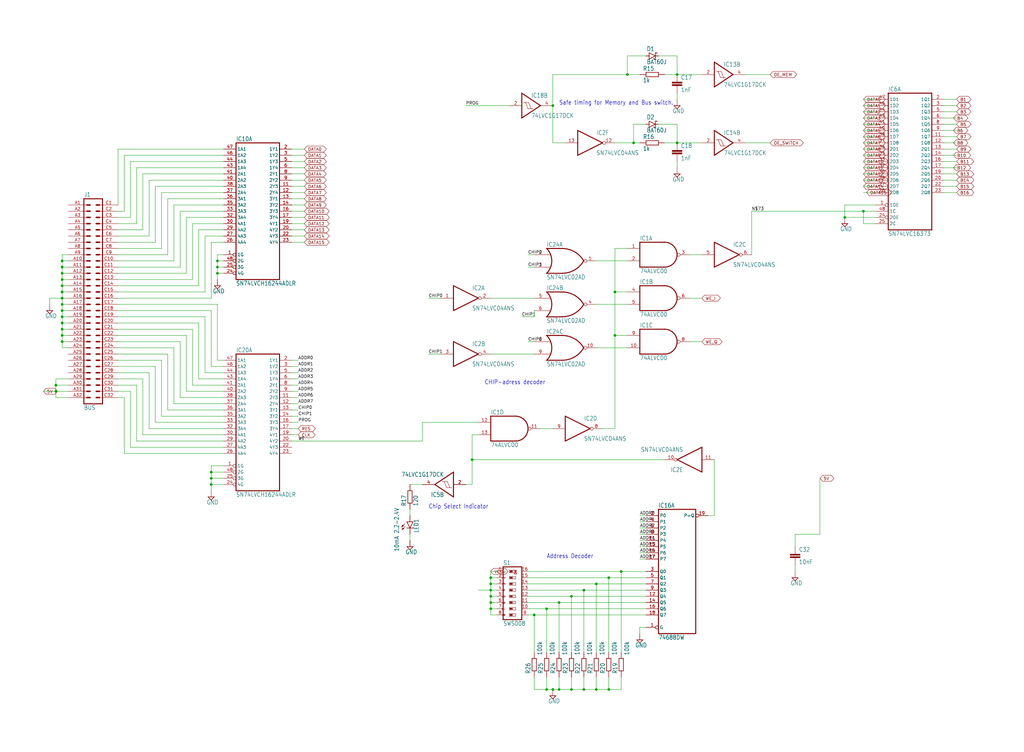
<source format=kicad_sch>
(kicad_sch (version 20231120) (generator "eeschema") (generator_version "8.0")
  (paper "User" 418.744 307.543)
  (lib_symbols
    (symbol "Modulator_V1p2-eagle-import:7400D"
      (property "Reference" "IC" (at -0.635 -0.635 0))
      (symbol "7400D_1_0"
        (pin input line (at -12.7 2.54 0) (length 5.08) (name "I0") (number "1"))
        (pin input line (at -12.7 -2.54 0) (length 5.08) (name "I1") (number "2"))
        (pin output inverted (at 12.7 0 180) (length 5.08) (name "O") (number "3"))
      )
      (symbol "7400D_2_0"
        (pin input line (at -12.7 2.54 0) (length 5.08) (name "I0") (number "4"))
        (pin input line (at -12.7 -2.54 0) (length 5.08) (name "I1") (number "5"))
        (pin output inverted (at 12.7 0 180) (length 5.08) (name "O") (number "6"))
      )
      (symbol "7400D_3_0"
        (pin input line (at -12.7 -2.54 0) (length 5.08) (name "I1") (number "10"))
        (pin output inverted (at 12.7 0 180) (length 5.08) (name "O") (number "8"))
        (pin input line (at -12.7 2.54 0) (length 5.08) (name "I0") (number "9"))
      )
      (symbol "7400D_4_0"
        (pin output inverted (at 12.7 0 180) (length 5.08) (name "O") (number "11"))
        (pin input line (at -12.7 2.54 0) (length 5.08) (name "I0") (number "12"))
        (pin input line (at -12.7 -2.54 0) (length 5.08) (name "I1") (number "13"))
      )
      (symbol "7400D_5_0"
        (text "GND" (at 1.905 -7.62 900) (effects (font (size 1.27 1.0795)) (justify left bottom)))
        (text "VCC" (at 1.905 5.08 900) (effects (font (size 1.27 1.0795)) (justify left bottom)))
        (pin power_in line (at 0 10.16 270) (length 7.62) (name "VCC") (number "14"))
        (pin power_in line (at 0 -10.16 90) (length 7.62) (name "GND") (number "7"))
      )
    )
    (symbol "Modulator_V1p2-eagle-import:7402D"
      (property "Reference" "IC" (at -0.635 -0.635 0))
      (symbol "7402D_1_0"
        (pin output inverted (at 12.7 0 180) (length 5.08) (name "O") (number "1"))
        (pin input line (at -12.7 2.54 0) (length 5.08) (name "I0") (number "2"))
        (pin input line (at -12.7 -2.54 0) (length 5.08) (name "I1") (number "3"))
      )
      (symbol "7402D_2_0"
        (pin output inverted (at 12.7 0 180) (length 5.08) (name "O") (number "4"))
        (pin input line (at -12.7 2.54 0) (length 5.08) (name "I0") (number "5"))
        (pin input line (at -12.7 -2.54 0) (length 5.08) (name "I1") (number "6"))
      )
      (symbol "7402D_3_0"
        (pin output inverted (at 12.7 0 180) (length 5.08) (name "O") (number "10"))
        (pin input line (at -12.7 2.54 0) (length 5.08) (name "I0") (number "8"))
        (pin input line (at -12.7 -2.54 0) (length 5.08) (name "I1") (number "9"))
      )
      (symbol "7402D_4_0"
        (pin input line (at -12.7 2.54 0) (length 5.08) (name "I0") (number "11"))
        (pin input line (at -12.7 -2.54 0) (length 5.08) (name "I1") (number "12"))
        (pin output inverted (at 12.7 0 180) (length 5.08) (name "O") (number "13"))
      )
      (symbol "7402D_5_0"
        (text "GND" (at 1.905 -7.62 900) (effects (font (size 1.27 1.0795)) (justify left bottom)))
        (text "VCC" (at 1.905 5.08 900) (effects (font (size 1.27 1.0795)) (justify left bottom)))
        (pin power_in line (at 0 10.16 270) (length 7.62) (name "VCC") (number "14"))
        (pin power_in line (at 0 -10.16 90) (length 7.62) (name "GND") (number "7"))
      )
    )
    (symbol "Modulator_V1p2-eagle-import:7404D"
      (property "Reference" "IC" (at -0.635 -0.635 0))
      (symbol "7404D_1_0"
        (pin input line (at -10.16 0 0) (length 5.08) (name "I") (number "1"))
        (pin output inverted (at 10.16 0 180) (length 5.08) (name "O") (number "2"))
      )
      (symbol "7404D_2_0"
        (pin input line (at -10.16 0 0) (length 5.08) (name "I") (number "3"))
        (pin output inverted (at 10.16 0 180) (length 5.08) (name "O") (number "4"))
      )
      (symbol "7404D_3_0"
        (pin input line (at -10.16 0 0) (length 5.08) (name "I") (number "5"))
        (pin output inverted (at 10.16 0 180) (length 5.08) (name "O") (number "6"))
      )
      (symbol "7404D_4_0"
        (pin output inverted (at 10.16 0 180) (length 5.08) (name "O") (number "8"))
        (pin input line (at -10.16 0 0) (length 5.08) (name "I") (number "9"))
      )
      (symbol "7404D_5_0"
        (pin output inverted (at 10.16 0 180) (length 5.08) (name "O") (number "10"))
        (pin input line (at -10.16 0 0) (length 5.08) (name "I") (number "11"))
      )
      (symbol "7404D_6_0"
        (pin output inverted (at 10.16 0 180) (length 5.08) (name "O") (number "12"))
        (pin input line (at -10.16 0 0) (length 5.08) (name "I") (number "13"))
      )
      (symbol "7404D_7_0"
        (text "GND" (at 1.905 -7.62 900) (effects (font (size 1.27 1.0795)) (justify left bottom)))
        (text "VCC" (at 1.905 5.08 900) (effects (font (size 1.27 1.0795)) (justify left bottom)))
        (pin power_in line (at 0 10.16 270) (length 7.62) (name "VCC") (number "14"))
        (pin power_in line (at 0 -10.16 90) (length 7.62) (name "GND") (number "7"))
      )
    )
    (symbol "Modulator_V1p2-eagle-import:741G17DCK"
      (property "Reference" "IC" (at 1.27 3.175 0))
      (symbol "741G17DCK_1_0"
        (text "GND" (at 1.905 -6.35 900) (effects (font (size 1.27 1.0795)) (justify left bottom)))
        (text "VCC" (at 1.905 2.54 900) (effects (font (size 1.27 1.0795)) (justify left bottom)))
        (pin power_in line (at 0 -7.62 90) (length 5.08) (name "GND") (number "3"))
        (pin power_in line (at 0 7.62 270) (length 5.08) (name "VCC") (number "5"))
      )
      (symbol "741G17DCK_2_0"
        (pin input line (at -7.62 0 0) (length 5.08) (name "I") (number "2"))
        (pin output line (at 10.16 0 180) (length 5.08) (name "O") (number "4"))
      )
    )
    (symbol "Modulator_V1p2-eagle-import:74688DW"
      (property "Reference" "IC" (at -0.635 -0.635 0))
      (symbol "74688DW_1_0"
        (pin input inverted (at -12.7 -22.86 0) (length 5.08) (name "G") (number "1"))
        (pin input line (at -12.7 12.7 0) (length 5.08) (name "P4") (number "11"))
        (pin input line (at -12.7 -10.16 0) (length 5.08) (name "Q4") (number "12"))
        (pin input line (at -12.7 10.16 0) (length 5.08) (name "P5") (number "13"))
        (pin input line (at -12.7 -12.7 0) (length 5.08) (name "Q5") (number "14"))
        (pin input line (at -12.7 7.62 0) (length 5.08) (name "P6") (number "15"))
        (pin input line (at -12.7 -15.24 0) (length 5.08) (name "Q6") (number "16"))
        (pin input line (at -12.7 5.08 0) (length 5.08) (name "P7") (number "17"))
        (pin input line (at -12.7 -17.78 0) (length 5.08) (name "Q7") (number "18"))
        (pin output inverted (at 12.7 22.86 180) (length 5.08) (name "P=Q") (number "19"))
        (pin input line (at -12.7 22.86 0) (length 5.08) (name "P0") (number "2"))
        (pin input line (at -12.7 0 0) (length 5.08) (name "Q0") (number "3"))
        (pin input line (at -12.7 20.32 0) (length 5.08) (name "P1") (number "4"))
        (pin input line (at -12.7 -2.54 0) (length 5.08) (name "Q1") (number "5"))
        (pin input line (at -12.7 17.78 0) (length 5.08) (name "P2") (number "6"))
        (pin input line (at -12.7 -5.08 0) (length 5.08) (name "Q2") (number "7"))
        (pin input line (at -12.7 15.24 0) (length 5.08) (name "P3") (number "8"))
        (pin input line (at -12.7 -7.62 0) (length 5.08) (name "Q3") (number "9"))
      )
      (symbol "74688DW_2_0"
        (text "GND" (at 1.905 -5.842 900) (effects (font (size 1.27 1.0795)) (justify left bottom)))
        (text "VCC" (at 1.905 2.54 900) (effects (font (size 1.27 1.0795)) (justify left bottom)))
        (pin power_in line (at 0 -7.62 90) (length 5.08) (name "GND") (number "10"))
        (pin power_in line (at 0 7.62 270) (length 5.08) (name "VCC") (number "20"))
      )
    )
    (symbol "Modulator_V1p2-eagle-import:74AC16244"
      (property "Reference" "IC" (at -0.635 -0.635 0))
      (symbol "74AC16244_1_0"
        (pin input inverted (at -15.24 -17.78 0) (length 5.08) (name "1G") (number "1"))
        (pin tri_state line (at 12.7 10.16 180) (length 5.08) (name "2Y3") (number "11"))
        (pin tri_state line (at 12.7 7.62 180) (length 5.08) (name "2Y4") (number "12"))
        (pin tri_state line (at 12.7 5.08 180) (length 5.08) (name "3Y1") (number "13"))
        (pin tri_state line (at 12.7 2.54 180) (length 5.08) (name "3Y2") (number "14"))
        (pin tri_state line (at 12.7 0 180) (length 5.08) (name "3Y3") (number "16"))
        (pin tri_state line (at 12.7 -2.54 180) (length 5.08) (name "3Y4") (number "17"))
        (pin tri_state line (at 12.7 -5.08 180) (length 5.08) (name "4Y1") (number "19"))
        (pin tri_state line (at 12.7 25.4 180) (length 5.08) (name "1Y1") (number "2"))
        (pin tri_state line (at 12.7 -7.62 180) (length 5.08) (name "4Y2") (number "20"))
        (pin tri_state line (at 12.7 -10.16 180) (length 5.08) (name "4Y3") (number "22"))
        (pin tri_state line (at 12.7 -12.7 180) (length 5.08) (name "4Y4") (number "23"))
        (pin input inverted (at -15.24 -25.4 0) (length 5.08) (name "4G") (number "24"))
        (pin input inverted (at -15.24 -22.86 0) (length 5.08) (name "3G") (number "25"))
        (pin input line (at -15.24 -12.7 0) (length 5.08) (name "4A4") (number "26"))
        (pin input line (at -15.24 -10.16 0) (length 5.08) (name "4A3") (number "27"))
        (pin input line (at -15.24 -7.62 0) (length 5.08) (name "4A2") (number "29"))
        (pin tri_state line (at 12.7 22.86 180) (length 5.08) (name "1Y2") (number "3"))
        (pin input line (at -15.24 -5.08 0) (length 5.08) (name "4A1") (number "30"))
        (pin input line (at -15.24 -2.54 0) (length 5.08) (name "3A4") (number "32"))
        (pin input line (at -15.24 0 0) (length 5.08) (name "3A3") (number "33"))
        (pin input line (at -15.24 2.54 0) (length 5.08) (name "3A2") (number "35"))
        (pin input line (at -15.24 5.08 0) (length 5.08) (name "3A1") (number "36"))
        (pin input line (at -15.24 7.62 0) (length 5.08) (name "2A4") (number "37"))
        (pin input line (at -15.24 10.16 0) (length 5.08) (name "2A3") (number "38"))
        (pin input line (at -15.24 12.7 0) (length 5.08) (name "2A2") (number "40"))
        (pin input line (at -15.24 15.24 0) (length 5.08) (name "2A1") (number "41"))
        (pin input line (at -15.24 17.78 0) (length 5.08) (name "1A4") (number "43"))
        (pin input line (at -15.24 20.32 0) (length 5.08) (name "1A3") (number "44"))
        (pin input line (at -15.24 22.86 0) (length 5.08) (name "1A2") (number "46"))
        (pin input line (at -15.24 25.4 0) (length 5.08) (name "1A1") (number "47"))
        (pin input inverted (at -15.24 -20.32 0) (length 5.08) (name "2G") (number "48"))
        (pin tri_state line (at 12.7 20.32 180) (length 5.08) (name "1Y3") (number "5"))
        (pin tri_state line (at 12.7 17.78 180) (length 5.08) (name "1Y4") (number "6"))
        (pin tri_state line (at 12.7 15.24 180) (length 5.08) (name "2Y1") (number "8"))
        (pin tri_state line (at 12.7 12.7 180) (length 5.08) (name "2Y2") (number "9"))
      )
      (symbol "74AC16244_2_0"
        (text "GND" (at 14.605 -5.842 900) (effects (font (size 1.27 1.0795)) (justify left bottom)))
        (text "VCC" (at 6.985 2.54 900) (effects (font (size 1.27 1.0795)) (justify left bottom)))
        (pin power_in line (at -2.54 -7.62 90) (length 5.08) (name "GND@2") (number "10"))
        (pin power_in line (at 0 -7.62 90) (length 5.08) (name "GND@3") (number "15"))
        (pin power_in line (at 0 7.62 270) (length 5.08) (name "VCC@2") (number "18"))
        (pin power_in line (at 2.54 -7.62 90) (length 5.08) (name "GND@4") (number "21"))
        (pin power_in line (at 5.08 -7.62 90) (length 5.08) (name "GND@5") (number "28"))
        (pin power_in line (at 2.54 7.62 270) (length 5.08) (name "VCC@3") (number "31"))
        (pin power_in line (at 7.62 -7.62 90) (length 5.08) (name "GND@6") (number "34"))
        (pin power_in line (at 10.16 -7.62 90) (length 5.08) (name "GND@7") (number "39"))
        (pin power_in line (at -5.08 -7.62 90) (length 5.08) (name "GND@1") (number "4"))
        (pin power_in line (at 5.08 7.62 270) (length 5.08) (name "VCC@4") (number "42"))
        (pin power_in line (at 12.7 -7.62 90) (length 5.08) (name "GND@8") (number "45"))
        (pin power_in line (at -2.54 7.62 270) (length 5.08) (name "VCC@1") (number "7"))
      )
    )
    (symbol "Modulator_V1p2-eagle-import:74AC16373"
      (property "Reference" "IC" (at -0.635 -0.635 0))
      (symbol "74AC16373_1_0"
        (pin input inverted (at -15.24 -17.78 0) (length 5.08) (name "1OE") (number "1"))
        (pin tri_state line (at 12.7 10.16 180) (length 5.08) (name "1Q7") (number "11"))
        (pin tri_state line (at 12.7 7.62 180) (length 5.08) (name "1Q8") (number "12"))
        (pin tri_state line (at 12.7 5.08 180) (length 5.08) (name "2Q1") (number "13"))
        (pin tri_state line (at 12.7 2.54 180) (length 5.08) (name "2Q2") (number "14"))
        (pin tri_state line (at 12.7 0 180) (length 5.08) (name "2Q3") (number "16"))
        (pin tri_state line (at 12.7 -2.54 180) (length 5.08) (name "2Q4") (number "17"))
        (pin tri_state line (at 12.7 -5.08 180) (length 5.08) (name "2Q5") (number "19"))
        (pin tri_state line (at 12.7 25.4 180) (length 5.08) (name "1Q1") (number "2"))
        (pin tri_state line (at 12.7 -7.62 180) (length 5.08) (name "2Q6") (number "20"))
        (pin tri_state line (at 12.7 -10.16 180) (length 5.08) (name "2Q7") (number "22"))
        (pin tri_state line (at 12.7 -12.7 180) (length 5.08) (name "2Q8") (number "23"))
        (pin input inverted (at -15.24 -22.86 0) (length 5.08) (name "2OE") (number "24"))
        (pin input line (at -15.24 -25.4 0) (length 5.08) (name "2C") (number "25"))
        (pin input line (at -15.24 -12.7 0) (length 5.08) (name "2D8") (number "26"))
        (pin input line (at -15.24 -10.16 0) (length 5.08) (name "2D7") (number "27"))
        (pin input line (at -15.24 -7.62 0) (length 5.08) (name "2D6") (number "29"))
        (pin tri_state line (at 12.7 22.86 180) (length 5.08) (name "1Q2") (number "3"))
        (pin input line (at -15.24 -5.08 0) (length 5.08) (name "2D5") (number "30"))
        (pin input line (at -15.24 -2.54 0) (length 5.08) (name "2D4") (number "32"))
        (pin input line (at -15.24 0 0) (length 5.08) (name "2D3") (number "33"))
        (pin input line (at -15.24 2.54 0) (length 5.08) (name "2D2") (number "35"))
        (pin input line (at -15.24 5.08 0) (length 5.08) (name "2D1") (number "36"))
        (pin input line (at -15.24 7.62 0) (length 5.08) (name "1D8") (number "37"))
        (pin input line (at -15.24 10.16 0) (length 5.08) (name "1D7") (number "38"))
        (pin input line (at -15.24 12.7 0) (length 5.08) (name "1D6") (number "40"))
        (pin input line (at -15.24 15.24 0) (length 5.08) (name "1D5") (number "41"))
        (pin input line (at -15.24 17.78 0) (length 5.08) (name "1D4") (number "43"))
        (pin input line (at -15.24 20.32 0) (length 5.08) (name "1D3") (number "44"))
        (pin input line (at -15.24 22.86 0) (length 5.08) (name "1D2") (number "46"))
        (pin input line (at -15.24 25.4 0) (length 5.08) (name "1D1") (number "47"))
        (pin input line (at -15.24 -20.32 0) (length 5.08) (name "1C") (number "48"))
        (pin tri_state line (at 12.7 20.32 180) (length 5.08) (name "1Q3") (number "5"))
        (pin tri_state line (at 12.7 17.78 180) (length 5.08) (name "1Q4") (number "6"))
        (pin tri_state line (at 12.7 15.24 180) (length 5.08) (name "1Q5") (number "8"))
        (pin tri_state line (at 12.7 12.7 180) (length 5.08) (name "1Q6") (number "9"))
      )
      (symbol "74AC16373_2_0"
        (text "GND" (at 14.605 -5.842 900) (effects (font (size 1.27 1.0795)) (justify left bottom)))
        (text "VCC" (at 6.985 2.54 900) (effects (font (size 1.27 1.0795)) (justify left bottom)))
        (pin power_in line (at -2.54 -7.62 90) (length 5.08) (name "GND@2") (number "10"))
        (pin power_in line (at 0 -7.62 90) (length 5.08) (name "GND@3") (number "15"))
        (pin power_in line (at 0 7.62 270) (length 5.08) (name "VCC@2") (number "18"))
        (pin power_in line (at 2.54 -7.62 90) (length 5.08) (name "GND@4") (number "21"))
        (pin power_in line (at 5.08 -7.62 90) (length 5.08) (name "GND@5") (number "28"))
        (pin power_in line (at 2.54 7.62 270) (length 5.08) (name "VCC@3") (number "31"))
        (pin power_in line (at 7.62 -7.62 90) (length 5.08) (name "GND@6") (number "34"))
        (pin power_in line (at 10.16 -7.62 90) (length 5.08) (name "GND@7") (number "39"))
        (pin power_in line (at -5.08 -7.62 90) (length 5.08) (name "GND@1") (number "4"))
        (pin power_in line (at 5.08 7.62 270) (length 5.08) (name "VCC@4") (number "42"))
        (pin power_in line (at 12.7 -7.62 90) (length 5.08) (name "GND@8") (number "45"))
        (pin power_in line (at -2.54 7.62 270) (length 5.08) (name "VCC@1") (number "7"))
      )
    )
    (symbol "Modulator_V1p2-eagle-import:BAT60J"
      (property "Reference" "D" (at -2.286 1.905 0))
      (symbol "BAT60J_1_0"
        (pin passive line (at -2.54 0 0) (length 0) (name "A") (number "A"))
        (pin passive line (at 2.54 0 180) (length 0) (name "C") (number "C"))
      )
    )
    (symbol "Modulator_V1p2-eagle-import:C-EUC0603"
      (property "Reference" "C" (at 1.524 0.381 0))
      (symbol "C-EUC0603_1_0"
        (pin passive line (at 0 2.54 270) (length 2.54) (name "1") (number "1"))
        (pin passive line (at 0 -5.08 90) (length 2.54) (name "2") (number "2"))
      )
    )
    (symbol "Modulator_V1p2-eagle-import:C-EUC0805"
      (property "Reference" "C" (at 1.524 0.381 0))
      (symbol "C-EUC0805_1_0"
        (pin passive line (at 0 2.54 270) (length 2.54) (name "1") (number "1"))
        (pin passive line (at 0 -5.08 90) (length 2.54) (name "2") (number "2"))
      )
    )
    (symbol "Modulator_V1p2-eagle-import:GND" (power)
      (symbol "GND_1_0"
        (pin power_in line (at 0 2.54 270) (length 2.54) (name "GND") (number "1"))
      )
    )
    (symbol "Modulator_V1p2-eagle-import:LED3MM"
      (property "Reference" "LED" (at 3.556 -4.572 90))
      (symbol "LED3MM_1_0"
        (pin passive line (at 0 2.54 270) (length 2.54) (name "A") (number "A"))
        (pin passive line (at 0 -5.08 90) (length 2.54) (name "C") (number "K"))
      )
    )
    (symbol "Modulator_V1p2-eagle-import:R-EU_R0603"
      (property "Reference" "R" (at -3.81 1.4986 0))
      (symbol "R-EU_R0603_1_0"
        (pin passive line (at -5.08 0 0) (length 2.54) (name "1") (number "1"))
        (pin passive line (at 5.08 0 180) (length 2.54) (name "2") (number "2"))
      )
    )
    (symbol "Modulator_V1p2-eagle-import:SWS008"
      (property "Reference" "S" (at -10.16 -2.54 90))
      (symbol "SWS008_1_0"
        (text "1" (at -7.874 -1.651 0) (effects (font (size 0.9906 0.842) (thickness 0.1684) (bold yes)) (justify left bottom)))
        (text "2" (at -5.588 -1.651 0) (effects (font (size 0.9906 0.842) (thickness 0.1684) (bold yes)) (justify left bottom)))
        (text "3" (at -3.048 -1.651 0) (effects (font (size 0.9906 0.842) (thickness 0.1684) (bold yes)) (justify left bottom)))
        (text "4" (at -0.508 -1.651 0) (effects (font (size 0.9906 0.842) (thickness 0.1684) (bold yes)) (justify left bottom)))
        (text "5" (at 2.159 -1.651 0) (effects (font (size 0.9906 0.842) (thickness 0.1684) (bold yes)) (justify left bottom)))
        (text "6" (at 4.699 -1.651 0) (effects (font (size 0.9906 0.842) (thickness 0.1684) (bold yes)) (justify left bottom)))
        (text "7" (at 7.239 -1.778 0) (effects (font (size 0.9906 0.842) (thickness 0.1684) (bold yes)) (justify left bottom)))
        (text "8" (at 9.652 -1.651 0) (effects (font (size 0.9906 0.842) (thickness 0.1684) (bold yes)) (justify left bottom)))
        (text "ON" (at -8.255 3.175 0) (effects (font (size 0.9906 0.842) (thickness 0.1684) (bold yes)) (justify left bottom)))
        (pin passive line (at -7.62 -5.08 90) (length 2.54) (name "1") (number "1"))
        (pin passive line (at 7.62 7.62 270) (length 2.54) (name "10") (number "10"))
        (pin passive line (at 5.08 7.62 270) (length 2.54) (name "11") (number "11"))
        (pin passive line (at 2.54 7.62 270) (length 2.54) (name "12") (number "12"))
        (pin passive line (at 0 7.62 270) (length 2.54) (name "13") (number "13"))
        (pin passive line (at -2.54 7.62 270) (length 2.54) (name "14") (number "14"))
        (pin passive line (at -5.08 7.62 270) (length 2.54) (name "15") (number "15"))
        (pin passive line (at -7.62 7.62 270) (length 2.54) (name "16") (number "16"))
        (pin passive line (at -5.08 -5.08 90) (length 2.54) (name "2") (number "2"))
        (pin passive line (at -2.54 -5.08 90) (length 2.54) (name "3") (number "3"))
        (pin passive line (at 0 -5.08 90) (length 2.54) (name "4") (number "4"))
        (pin passive line (at 2.54 -5.08 90) (length 2.54) (name "5") (number "5"))
        (pin passive line (at 5.08 -5.08 90) (length 2.54) (name "6") (number "6"))
        (pin passive line (at 7.62 -5.08 90) (length 2.54) (name "7") (number "7"))
        (pin passive line (at 10.16 -5.08 90) (length 2.54) (name "8") (number "8"))
        (pin passive line (at 10.16 7.62 270) (length 2.54) (name "9") (number "9"))
      )
    )
    (symbol "Modulator_V1p2-eagle-import:VG64B"
      (property "Reference" "J" (at -3.81 41.402 0))
      (symbol "VG64B_1_0"
        (pin passive line (at -10.16 38.1 0) (length 7.62) (name "A1") (number "A1"))
        (pin passive line (at -10.16 15.24 0) (length 7.62) (name "A10") (number "A10"))
        (pin passive line (at -10.16 12.7 0) (length 7.62) (name "A11") (number "A11"))
        (pin passive line (at -10.16 10.16 0) (length 7.62) (name "A12") (number "A12"))
        (pin passive line (at -10.16 7.62 0) (length 7.62) (name "A13") (number "A13"))
        (pin passive line (at -10.16 5.08 0) (length 7.62) (name "A14") (number "A14"))
        (pin passive line (at -10.16 2.54 0) (length 7.62) (name "A15") (number "A15"))
        (pin passive line (at -10.16 0 0) (length 7.62) (name "A16") (number "A16"))
        (pin passive line (at -10.16 -2.54 0) (length 7.62) (name "A17") (number "A17"))
        (pin passive line (at -10.16 -5.08 0) (length 7.62) (name "A18") (number "A18"))
        (pin passive line (at -10.16 -7.62 0) (length 7.62) (name "A19") (number "A19"))
        (pin passive line (at -10.16 35.56 0) (length 7.62) (name "A2") (number "A2"))
        (pin passive line (at -10.16 -10.16 0) (length 7.62) (name "A20") (number "A20"))
        (pin passive line (at -10.16 -12.7 0) (length 7.62) (name "A21") (number "A21"))
        (pin passive line (at -10.16 -15.24 0) (length 7.62) (name "A22") (number "A22"))
        (pin passive line (at -10.16 -17.78 0) (length 7.62) (name "A23") (number "A23"))
        (pin passive line (at -10.16 -20.32 0) (length 7.62) (name "A24") (number "A24"))
        (pin passive line (at -10.16 -22.86 0) (length 7.62) (name "A25") (number "A25"))
        (pin passive line (at -10.16 -25.4 0) (length 7.62) (name "A26") (number "A26"))
        (pin passive line (at -10.16 -27.94 0) (length 7.62) (name "A27") (number "A27"))
        (pin passive line (at -10.16 -30.48 0) (length 7.62) (name "A28") (number "A28"))
        (pin passive line (at -10.16 -33.02 0) (length 7.62) (name "A29") (number "A29"))
        (pin passive line (at -10.16 33.02 0) (length 7.62) (name "A3") (number "A3"))
        (pin passive line (at -10.16 -35.56 0) (length 7.62) (name "A30") (number "A30"))
        (pin passive line (at -10.16 -38.1 0) (length 7.62) (name "A31") (number "A31"))
        (pin passive line (at -10.16 -40.64 0) (length 7.62) (name "A32") (number "A32"))
        (pin passive line (at -10.16 30.48 0) (length 7.62) (name "A4") (number "A4"))
        (pin passive line (at -10.16 27.94 0) (length 7.62) (name "A5") (number "A5"))
        (pin passive line (at -10.16 25.4 0) (length 7.62) (name "A6") (number "A6"))
        (pin passive line (at -10.16 22.86 0) (length 7.62) (name "A7") (number "A7"))
        (pin passive line (at -10.16 20.32 0) (length 7.62) (name "A8") (number "A8"))
        (pin passive line (at -10.16 17.78 0) (length 7.62) (name "A9") (number "A9"))
        (pin passive line (at 10.16 38.1 180) (length 7.62) (name "C1") (number "C1"))
        (pin passive line (at 10.16 15.24 180) (length 7.62) (name "C10") (number "C10"))
        (pin passive line (at 10.16 12.7 180) (length 7.62) (name "C11") (number "C11"))
        (pin passive line (at 10.16 10.16 180) (length 7.62) (name "C12") (number "C12"))
        (pin passive line (at 10.16 7.62 180) (length 7.62) (name "C13") (number "C13"))
        (pin passive line (at 10.16 5.08 180) (length 7.62) (name "C14") (number "C14"))
        (pin passive line (at 10.16 2.54 180) (length 7.62) (name "C15") (number "C15"))
        (pin passive line (at 10.16 0 180) (length 7.62) (name "C16") (number "C16"))
        (pin passive line (at 10.16 -2.54 180) (length 7.62) (name "C17") (number "C17"))
        (pin passive line (at 10.16 -5.08 180) (length 7.62) (name "C18") (number "C18"))
        (pin passive line (at 10.16 -7.62 180) (length 7.62) (name "C19") (number "C19"))
        (pin passive line (at 10.16 35.56 180) (length 7.62) (name "C2") (number "C2"))
        (pin passive line (at 10.16 -10.16 180) (length 7.62) (name "C20") (number "C20"))
        (pin passive line (at 10.16 -12.7 180) (length 7.62) (name "C21") (number "C21"))
        (pin passive line (at 10.16 -15.24 180) (length 7.62) (name "C22") (number "C22"))
        (pin passive line (at 10.16 -17.78 180) (length 7.62) (name "C23") (number "C23"))
        (pin passive line (at 10.16 -20.32 180) (length 7.62) (name "C24") (number "C24"))
        (pin passive line (at 10.16 -22.86 180) (length 7.62) (name "C25") (number "C25"))
        (pin passive line (at 10.16 -25.4 180) (length 7.62) (name "C26") (number "C26"))
        (pin passive line (at 10.16 -27.94 180) (length 7.62) (name "C27") (number "C27"))
        (pin passive line (at 10.16 -30.48 180) (length 7.62) (name "C28") (number "C28"))
        (pin passive line (at 10.16 -33.02 180) (length 7.62) (name "C29") (number "C29"))
        (pin passive line (at 10.16 33.02 180) (length 7.62) (name "C3") (number "C3"))
        (pin passive line (at 10.16 -35.56 180) (length 7.62) (name "C30") (number "C30"))
        (pin passive line (at 10.16 -38.1 180) (length 7.62) (name "C31") (number "C31"))
        (pin passive line (at 10.16 -40.64 180) (length 7.62) (name "C32") (number "C32"))
        (pin passive line (at 10.16 30.48 180) (length 7.62) (name "C4") (number "C4"))
        (pin passive line (at 10.16 27.94 180) (length 7.62) (name "C5") (number "C5"))
        (pin passive line (at 10.16 25.4 180) (length 7.62) (name "C6") (number "C6"))
        (pin passive line (at 10.16 22.86 180) (length 7.62) (name "C7") (number "C7"))
        (pin passive line (at 10.16 20.32 180) (length 7.62) (name "C8") (number "C8"))
        (pin passive line (at 10.16 17.78 180) (length 7.62) (name "C9") (number "C9"))
      )
    )
  )
  (junction (at 200.66 246.38))
  (junction (at 218.44 251.46))
  (junction (at 200.66 238.76))
  (junction (at 25.4 137.16))
  (junction (at 88.9 111.76))
  (junction (at 86.36 195.58))
  (junction (at 25.4 106.68))
  (junction (at 22.86 157.48))
  (junction (at 25.4 127))
  (junction (at 251.46 119.38))
  (junction (at 233.68 281.94))
  (junction (at 25.4 119.38))
  (junction (at 25.4 109.22))
  (junction (at 248.92 281.94))
  (junction (at 88.9 106.68))
  (junction (at 25.4 111.76))
  (junction (at 226.06 281.94))
  (junction (at 200.66 236.22))
  (junction (at 228.6 281.94))
  (junction (at 193.04 187.96))
  (junction (at 345.44 88.9))
  (junction (at 238.76 281.94))
  (junction (at 243.84 281.94))
  (junction (at 25.4 139.7))
  (junction (at 25.4 129.54))
  (junction (at 25.4 134.62))
  (junction (at 259.08 58.42))
  (junction (at 86.36 198.12))
  (junction (at 276.86 30.48))
  (junction (at 25.4 114.3))
  (junction (at 251.46 137.16))
  (junction (at 223.52 248.92))
  (junction (at 233.68 243.84))
  (junction (at 228.6 246.38))
  (junction (at 25.4 124.46))
  (junction (at 22.86 160.02))
  (junction (at 200.66 248.92))
  (junction (at 226.06 43.18))
  (junction (at 86.36 193.04))
  (junction (at 248.92 236.22))
  (junction (at 200.66 243.84))
  (junction (at 254 233.68))
  (junction (at 200.66 241.3))
  (junction (at 25.4 121.92))
  (junction (at 25.4 116.84))
  (junction (at 353.06 86.36))
  (junction (at 238.76 241.3))
  (junction (at 256.54 30.48))
  (junction (at 223.52 281.94))
  (junction (at 25.4 132.08))
  (junction (at 243.84 238.76))
  (junction (at 88.9 109.22))
  (junction (at 276.86 58.42))
  (wire (pts (xy 223.52 248.92) (xy 215.9 248.92)) (stroke (width 0.1524)))
  (wire (pts (xy 264.16 256.54) (xy 261.62 256.54)) (stroke (width 0.1524)))
  (wire (pts (xy 91.44 180.34) (xy 55.88 180.34)) (stroke (width 0.1524)))
  (wire (pts (xy 256.54 30.48) (xy 256.54 22.86)) (stroke (width 0.1524)))
  (wire (pts (xy 218.44 251.46) (xy 215.9 251.46)) (stroke (width 0.1524)))
  (wire (pts (xy 264.16 241.3) (xy 238.76 241.3)) (stroke (width 0.1524)))
  (wire (pts (xy 119.38 91.44) (xy 124.46 91.44)) (stroke (width 0.1524)))
  (wire (pts (xy 55.88 91.44) (xy 48.26 91.44)) (stroke (width 0.1524)))
  (wire (pts (xy 27.94 119.38) (xy 25.4 119.38)) (stroke (width 0.1524)))
  (wire (pts (xy 119.38 86.36) (xy 124.46 86.36)) (stroke (width 0.1524)))
  (wire (pts (xy 264.16 22.86) (xy 256.54 22.86)) (stroke (width 0.1524)))
  (wire (pts (xy 119.38 149.86) (xy 121.92 149.86)) (stroke (width 0.1524)))
  (wire (pts (xy 218.44 139.7) (xy 215.9 139.7)) (stroke (width 0.1524)))
  (wire (pts (xy 264.16 223.52) (xy 261.62 223.52)) (stroke (width 0.1524)))
  (wire (pts (xy 60.96 152.4) (xy 48.26 152.4)) (stroke (width 0.1524)))
  (wire (pts (xy 91.44 152.4) (xy 83.82 152.4)) (stroke (width 0.1524)))
  (wire (pts (xy 353.06 91.44) (xy 353.06 86.36)) (stroke (width 0.1524)))
  (wire (pts (xy 66.04 170.18) (xy 66.04 147.32)) (stroke (width 0.1524)))
  (wire (pts (xy 83.82 119.38) (xy 48.26 119.38)) (stroke (width 0.1524)))
  (wire (pts (xy 78.74 91.44) (xy 78.74 114.3)) (stroke (width 0.1524)))
  (wire (pts (xy 358.14 63.5) (xy 353.06 63.5)) (stroke (width 0.1524)))
  (wire (pts (xy 254 233.68) (xy 264.16 233.68)) (stroke (width 0.1524)))
  (wire (pts (xy 22.86 154.94) (xy 22.86 157.48)) (stroke (width 0.1524)))
  (wire (pts (xy 76.2 160.02) (xy 76.2 137.16)) (stroke (width 0.1524)))
  (wire (pts (xy 83.82 129.54) (xy 48.26 129.54)) (stroke (width 0.1524)))
  (wire (pts (xy 218.44 129.54) (xy 213.36 129.54)) (stroke (width 0.1524)))
  (wire (pts (xy 193.04 177.8) (xy 195.58 177.8)) (stroke (width 0.1524)))
  (wire (pts (xy 76.2 88.9) (xy 76.2 111.76)) (stroke (width 0.1524)))
  (wire (pts (xy 53.34 182.88) (xy 53.34 160.02)) (stroke (width 0.1524)))
  (wire (pts (xy 386.08 66.04) (xy 391.16 66.04)) (stroke (width 0.1524)))
  (wire (pts (xy 91.44 149.86) (xy 86.36 149.86)) (stroke (width 0.1524)))
  (wire (pts (xy 73.66 86.36) (xy 73.66 109.22)) (stroke (width 0.1524)))
  (wire (pts (xy 287.02 30.48) (xy 276.86 30.48)) (stroke (width 0.1524)))
  (wire (pts (xy 27.94 121.92) (xy 25.4 121.92)) (stroke (width 0.1524)))
  (wire (pts (xy 119.38 88.9) (xy 124.46 88.9)) (stroke (width 0.1524)))
  (wire (pts (xy 386.08 50.8) (xy 391.16 50.8)) (stroke (width 0.1524)))
  (wire (pts (xy 63.5 172.72) (xy 63.5 149.86)) (stroke (width 0.1524)))
  (wire (pts (xy 22.86 160.02) (xy 22.86 162.56)) (stroke (width 0.1524)))
  (wire (pts (xy 91.44 81.28) (xy 68.58 81.28)) (stroke (width 0.1524)))
  (wire (pts (xy 91.44 165.1) (xy 71.12 165.1)) (stroke (width 0.1524)))
  (wire (pts (xy 66.04 147.32) (xy 48.26 147.32)) (stroke (width 0.1524)))
  (wire (pts (xy 281.94 139.7) (xy 287.02 139.7)) (stroke (width 0.1524)))
  (wire (pts (xy 86.36 99.06) (xy 86.36 121.92)) (stroke (width 0.1524)))
  (wire (pts (xy 55.88 180.34) (xy 55.88 157.48)) (stroke (width 0.1524)))
  (wire (pts (xy 386.08 78.74) (xy 391.16 78.74)) (stroke (width 0.1524)))
  (wire (pts (xy 50.8 185.42) (xy 50.8 162.56)) (stroke (width 0.1524)))
  (wire (pts (xy 203.2 241.3) (xy 200.66 241.3)) (stroke (width 0.1524)))
  (wire (pts (xy 259.08 58.42) (xy 261.62 58.42)) (stroke (width 0.1524)))
  (wire (pts (xy 91.44 71.12) (xy 58.42 71.12)) (stroke (width 0.1524)))
  (wire (pts (xy 81.28 116.84) (xy 48.26 116.84)) (stroke (width 0.1524)))
  (wire (pts (xy 27.94 157.48) (xy 22.86 157.48)) (stroke (width 0.1524)))
  (wire (pts (xy 281.94 121.92) (xy 287.02 121.92)) (stroke (width 0.1524)))
  (wire (pts (xy 63.5 149.86) (xy 48.26 149.86)) (stroke (width 0.1524)))
  (wire (pts (xy 22.86 157.48) (xy 22.86 160.02)) (stroke (width 0.1524)))
  (wire (pts (xy 50.8 63.5) (xy 50.8 86.36)) (stroke (width 0.1524)))
  (wire (pts (xy 27.94 116.84) (xy 25.4 116.84)) (stroke (width 0.1524)))
  (wire (pts (xy 243.84 266.7) (xy 243.84 238.76)) (stroke (width 0.1524)))
  (wire (pts (xy 86.36 193.04) (xy 86.36 195.58)) (stroke (width 0.1524)))
  (wire (pts (xy 91.44 111.76) (xy 88.9 111.76)) (stroke (width 0.1524)))
  (wire (pts (xy 81.28 132.08) (xy 48.26 132.08)) (stroke (width 0.1524)))
  (wire (pts (xy 119.38 167.64) (xy 121.92 167.64)) (stroke (width 0.1524)))
  (wire (pts (xy 276.86 40.64) (xy 276.86 38.1)) (stroke (width 0.1524)))
  (wire (pts (xy 358.14 58.42) (xy 353.06 58.42)) (stroke (width 0.1524)))
  (wire (pts (xy 81.28 93.98) (xy 81.28 116.84)) (stroke (width 0.1524)))
  (wire (pts (xy 218.44 109.22) (xy 215.9 109.22)) (stroke (width 0.1524)))
  (wire (pts (xy 193.04 198.12) (xy 193.04 187.96)) (stroke (width 0.1524)))
  (wire (pts (xy 271.78 30.48) (xy 276.86 30.48)) (stroke (width 0.1524)))
  (wire (pts (xy 314.96 58.42) (xy 304.8 58.42)) (stroke (width 0.1524)))
  (wire (pts (xy 91.44 104.14) (xy 88.9 104.14)) (stroke (width 0.1524)))
  (wire (pts (xy 238.76 241.3) (xy 215.9 241.3)) (stroke (width 0.1524)))
  (wire (pts (xy 172.72 198.12) (xy 167.64 198.12)) (stroke (width 0.1524)))
  (wire (pts (xy 358.14 91.44) (xy 353.06 91.44)) (stroke (width 0.1524)))
  (wire (pts (xy 358.14 40.64) (xy 353.06 40.64)) (stroke (width 0.1524)))
  (wire (pts (xy 200.66 236.22) (xy 200.66 238.76)) (stroke (width 0.1524)))
  (wire (pts (xy 27.94 137.16) (xy 25.4 137.16)) (stroke (width 0.1524)))
  (wire (pts (xy 180.34 144.78) (xy 175.26 144.78)) (stroke (width 0.1524)))
  (wire (pts (xy 276.86 58.42) (xy 271.78 58.42)) (stroke (width 0.1524)))
  (wire (pts (xy 25.4 134.62) (xy 25.4 137.16)) (stroke (width 0.1524)))
  (wire (pts (xy 78.74 114.3) (xy 48.26 114.3)) (stroke (width 0.1524)))
  (wire (pts (xy 68.58 81.28) (xy 68.58 104.14)) (stroke (width 0.1524)))
  (wire (pts (xy 86.36 198.12) (xy 91.44 198.12)) (stroke (width 0.1524)))
  (wire (pts (xy 71.12 83.82) (xy 71.12 106.68)) (stroke (width 0.1524)))
  (wire (pts (xy 218.44 144.78) (xy 200.66 144.78)) (stroke (width 0.1524)))
  (wire (pts (xy 233.68 243.84) (xy 215.9 243.84)) (stroke (width 0.1524)))
  (wire (pts (xy 71.12 165.1) (xy 71.12 142.24)) (stroke (width 0.1524)))
  (wire (pts (xy 119.38 93.98) (xy 124.46 93.98)) (stroke (width 0.1524)))
  (wire (pts (xy 25.4 106.68) (xy 25.4 109.22)) (stroke (width 0.1524)))
  (wire (pts (xy 358.14 71.12) (xy 353.06 71.12)) (stroke (width 0.1524)))
  (wire (pts (xy 335.28 218.44) (xy 335.28 195.58)) (stroke (width 0.1524)))
  (wire (pts (xy 203.2 248.92) (xy 200.66 248.92)) (stroke (width 0.1524)))
  (wire (pts (xy 238.76 266.7) (xy 238.76 241.3)) (stroke (width 0.1524)))
  (wire (pts (xy 25.4 139.7) (xy 25.4 142.24)) (stroke (width 0.1524)))
  (wire (pts (xy 226.06 43.18) (xy 226.06 30.48)) (stroke (width 0.1524)))
  (wire (pts (xy 254 281.94) (xy 248.92 281.94)) (stroke (width 0.1524)))
  (wire (pts (xy 119.38 73.66) (xy 124.46 73.66)) (stroke (width 0.1524)))
  (wire (pts (xy 264.16 248.92) (xy 223.52 248.92)) (stroke (width 0.1524)))
  (wire (pts (xy 358.14 60.96) (xy 353.06 60.96)) (stroke (width 0.1524)))
  (wire (pts (xy 172.72 172.72) (xy 195.58 172.72)) (stroke (width 0.1524)))
  (wire (pts (xy 307.34 104.14) (xy 307.34 86.36)) (stroke (width 0.1524)))
  (wire (pts (xy 226.06 281.94) (xy 228.6 281.94)) (stroke (width 0.1524)))
  (wire (pts (xy 276.86 30.48) (xy 276.86 22.86)) (stroke (width 0.1524)))
  (wire (pts (xy 60.96 96.52) (xy 48.26 96.52)) (stroke (width 0.1524)))
  (wire (pts (xy 76.2 111.76) (xy 48.26 111.76)) (stroke (width 0.1524)))
  (wire (pts (xy 281.94 104.14) (xy 287.02 104.14)) (stroke (width 0.1524)))
  (wire (pts (xy 243.84 124.46) (xy 256.54 124.46)) (stroke (width 0.1524)))
  (wire (pts (xy 86.36 127) (xy 48.26 127)) (stroke (width 0.1524)))
  (wire (pts (xy 386.08 68.58) (xy 391.16 68.58)) (stroke (width 0.1524)))
  (wire (pts (xy 91.44 60.96) (xy 48.26 60.96)) (stroke (width 0.1524)))
  (wire (pts (xy 386.08 73.66) (xy 391.16 73.66)) (stroke (width 0.1524)))
  (wire (pts (xy 91.44 76.2) (xy 63.5 76.2)) (stroke (width 0.1524)))
  (wire (pts (xy 269.24 50.8) (xy 276.86 50.8)) (stroke (width 0.1524)))
  (wire (pts (xy 167.64 218.44) (xy 167.64 220.98)) (stroke (width 0.1524)))
  (wire (pts (xy 119.38 152.4) (xy 121.92 152.4)) (stroke (width 0.1524)))
  (wire (pts (xy 256.54 137.16) (xy 251.46 137.16)) (stroke (width 0.1524)))
  (wire (pts (xy 358.14 45.72) (xy 353.06 45.72)) (stroke (width 0.1524)))
  (wire (pts (xy 264.16 218.44) (xy 261.62 218.44)) (stroke (width 0.1524)))
  (wire (pts (xy 228.6 276.86) (xy 228.6 281.94)) (stroke (width 0.1524)))
  (wire (pts (xy 386.08 55.88) (xy 391.16 55.88)) (stroke (width 0.1524)))
  (wire (pts (xy 86.36 149.86) (xy 86.36 127)) (stroke (width 0.1524)))
  (wire (pts (xy 91.44 157.48) (xy 78.74 157.48)) (stroke (width 0.1524)))
  (wire (pts (xy 200.66 246.38) (xy 200.66 248.92)) (stroke (width 0.1524)))
  (wire (pts (xy 208.28 43.18) (xy 190.5 43.18)) (stroke (width 0.1524)))
  (wire (pts (xy 119.38 68.58) (xy 124.46 68.58)) (stroke (width 0.1524)))
  (wire (pts (xy 248.92 236.22) (xy 215.9 236.22)) (stroke (width 0.1524)))
  (wire (pts (xy 48.26 60.96) (xy 48.26 83.82)) (stroke (width 0.1524)))
  (wire (pts (xy 218.44 281.94) (xy 223.52 281.94)) (stroke (width 0.1524)))
  (wire (pts (xy 88.9 109.22) (xy 88.9 111.76)) (stroke (width 0.1524)))
  (wire (pts (xy 91.44 86.36) (xy 73.66 86.36)) (stroke (width 0.1524)))
  (wire (pts (xy 119.38 157.48) (xy 121.92 157.48)) (stroke (width 0.1524)))
  (wire (pts (xy 71.12 142.24) (xy 48.26 142.24)) (stroke (width 0.1524)))
  (wire (pts (xy 119.38 76.2) (xy 124.46 76.2)) (stroke (width 0.1524)))
  (wire (pts (xy 119.38 60.96) (xy 124.46 60.96)) (stroke (width 0.1524)))
  (wire (pts (xy 68.58 167.64) (xy 68.58 144.78)) (stroke (width 0.1524)))
  (wire (pts (xy 203.2 243.84) (xy 200.66 243.84)) (stroke (width 0.1524)))
  (wire (pts (xy 287.02 58.42) (xy 276.86 58.42)) (stroke (width 0.1524)))
  (wire (pts (xy 78.74 157.48) (xy 78.74 134.62)) (stroke (width 0.1524)))
  (wire (pts (xy 91.44 83.82) (xy 71.12 83.82)) (stroke (width 0.1524)))
  (wire (pts (xy 91.44 172.72) (xy 63.5 172.72)) (stroke (width 0.1524)))
  (wire (pts (xy 292.1 210.82) (xy 292.1 187.96)) (stroke (width 0.1524)))
  (wire (pts (xy 228.6 246.38) (xy 215.9 246.38)) (stroke (width 0.1524)))
  (wire (pts (xy 200.66 241.3) (xy 195.58 241.3)) (stroke (width 0.1524)))
  (wire (pts (xy 215.9 233.68) (xy 254 233.68)) (stroke (width 0.1524)))
  (wire (pts (xy 91.44 185.42) (xy 50.8 185.42)) (stroke (width 0.1524)))
  (wire (pts (xy 386.08 71.12) (xy 391.16 71.12)) (stroke (width 0.1524)))
  (wire (pts (xy 20.32 121.92) (xy 20.32 124.46)) (stroke (width 0.1524)))
  (wire (pts (xy 264.16 228.6) (xy 261.62 228.6)) (stroke (width 0.1524)))
  (wire (pts (xy 27.94 139.7) (xy 25.4 139.7)) (stroke (width 0.1524)))
  (wire (pts (xy 200.66 248.92) (xy 200.66 251.46)) (stroke (width 0.1524)))
  (wire (pts (xy 91.44 88.9) (xy 76.2 88.9)) (stroke (width 0.1524)))
  (wire (pts (xy 91.44 78.74) (xy 66.04 78.74)) (stroke (width 0.1524)))
  (wire (pts (xy 91.44 106.68) (xy 88.9 106.68)) (stroke (width 0.1524)))
  (wire (pts (xy 248.92 276.86) (xy 248.92 281.94)) (stroke (width 0.1524)))
  (wire (pts (xy 264.16 251.46) (xy 218.44 251.46)) (stroke (width 0.1524)))
  (wire (pts (xy 55.88 157.48) (xy 48.26 157.48)) (stroke (width 0.1524)))
  (wire (pts (xy 119.38 96.52) (xy 124.46 96.52)) (stroke (width 0.1524)))
  (wire (pts (xy 53.34 66.04) (xy 53.34 88.9)) (stroke (width 0.1524)))
  (wire (pts (xy 264.16 220.98) (xy 261.62 220.98)) (stroke (width 0.1524)))
  (wire (pts (xy 218.44 121.92) (xy 200.66 121.92)) (stroke (width 0.1524)))
  (wire (pts (xy 25.4 121.92) (xy 25.4 124.46)) (stroke (width 0.1524)))
  (wire (pts (xy 73.66 162.56) (xy 73.66 139.7)) (stroke (width 0.1524)))
  (wire (pts (xy 254 266.7) (xy 254 233.68)) (stroke (width 0.1524)))
  (wire (pts (xy 264.16 213.36) (xy 261.62 213.36)) (stroke (width 0.1524)))
  (wire (pts (xy 119.38 160.02) (xy 121.92 160.02)) (stroke (width 0.1524)))
  (wire (pts (xy 233.68 266.7) (xy 233.68 243.84)) (stroke (width 0.1524)))
  (wire (pts (xy 27.94 127) (xy 25.4 127)) (stroke (width 0.1524)))
  (wire (pts (xy 243.84 238.76) (xy 215.9 238.76)) (stroke (width 0.1524)))
  (wire (pts (xy 248.92 281.94) (xy 243.84 281.94)) (stroke (width 0.1524)))
  (wire (pts (xy 50.8 86.36) (xy 48.26 86.36)) (stroke (width 0.1524)))
  (wire (pts (xy 358.14 78.74) (xy 353.06 78.74)) (stroke (width 0.1524)))
  (wire (pts (xy 27.94 104.14) (xy 25.4 104.14)) (stroke (width 0.1524)))
  (wire (pts (xy 91.44 93.98) (xy 81.28 93.98)) (stroke (width 0.1524)))
  (wire (pts (xy 226.06 30.48) (xy 256.54 30.48)) (stroke (width 0.1524)))
  (wire (pts (xy 91.44 177.8) (xy 58.42 177.8)) (stroke (width 0.1524)))
  (wire (pts (xy 264.16 238.76) (xy 243.84 238.76)) (stroke (width 0.1524)))
  (wire (pts (xy 200.66 241.3) (xy 200.66 243.84)) (stroke (width 0.1524)))
  (wire (pts (xy 264.16 243.84) (xy 233.68 243.84)) (stroke (width 0.1524)))
  (wire (pts (xy 60.96 175.26) (xy 60.96 152.4)) (stroke (width 0.1524)))
  (wire (pts (xy 200.66 251.46) (xy 203.2 251.46)) (stroke (width 0.1524)))
  (wire (pts (xy 27.94 154.94) (xy 22.86 154.94)) (stroke (width 0.1524)))
  (wire (pts (xy 58.42 71.12) (xy 58.42 93.98)) (stroke (width 0.1524)))
  (wire (pts (xy 50.8 162.56) (xy 48.26 162.56)) (stroke (width 0.1524)))
  (wire (pts (xy 27.94 106.68) (xy 25.4 106.68)) (stroke (width 0.1524)))
  (wire (pts (xy 264.16 215.9) (xy 261.62 215.9)) (stroke (width 0.1524)))
  (wire (pts (xy 25.4 124.46) (xy 25.4 127)) (stroke (width 0.1524)))
  (wire (pts (xy 386.08 48.26) (xy 391.16 48.26)) (stroke (width 0.1524)))
  (wire (pts (xy 25.4 119.38) (xy 25.4 121.92)) (stroke (width 0.1524)))
  (wire (pts (xy 226.06 58.42) (xy 231.14 58.42)) (stroke (width 0.1524)))
  (wire (pts (xy 88.9 106.68) (xy 88.9 109.22)) (stroke (width 0.1524)))
  (wire (pts (xy 200.66 238.76) (xy 200.66 241.3)) (stroke (width 0.1524)))
  (wire (pts (xy 25.4 127) (xy 25.4 129.54)) (stroke (width 0.1524)))
  (wire (pts (xy 119.38 172.72) (xy 121.92 172.72)) (stroke (width 0.1524)))
  (wire (pts (xy 119.38 63.5) (xy 124.46 63.5)) (stroke (width 0.1524)))
  (wire (pts (xy 53.34 160.02) (xy 48.26 160.02)) (stroke (width 0.1524)))
  (wire (pts (xy 220.98 175.26) (xy 226.06 175.26)) (stroke (width 0.1524)))
  (wire (pts (xy 386.08 45.72) (xy 391.16 45.72)) (stroke (width 0.1524)))
  (wire (pts (xy 63.5 76.2) (xy 63.5 99.06)) (stroke (width 0.1524)))
  (wire (pts (xy 386.08 76.2) (xy 391.16 76.2)) (stroke (width 0.1524)))
  (wire (pts (xy 119.38 78.74) (xy 124.46 78.74)) (stroke (width 0.1524)))
  (wire (pts (xy 254 276.86) (xy 254 281.94)) (stroke (width 0.1524)))
  (wire (pts (xy 22.86 160.02) (xy 17.78 160.02)) (stroke (width 0.1524)))
  (wire (pts (xy 25.4 132.08) (xy 25.4 134.62)) (stroke (width 0.1524)))
  (wire (pts (xy 276.86 50.8) (xy 276.86 58.42)) (stroke (width 0.1524)))
  (wire (pts (xy 358.14 83.82) (xy 345.44 83.82)) (stroke (width 0.1524)))
  (wire (pts (xy 223.52 281.94) (xy 226.06 281.94)) (stroke (width 0.1524)))
  (wire (pts (xy 304.8 30.48) (xy 314.96 30.48)) (stroke (width 0.1524)))
  (wire (pts (xy 91.44 190.5) (xy 86.36 190.5)) (stroke (width 0.1524)))
  (wire (pts (xy 203.2 233.68) (xy 200.66 233.68)) (stroke (width 0.1524)))
  (wire (pts (xy 25.4 129.54) (xy 25.4 132.08)) (stroke (width 0.1524)))
  (wire (pts (xy 190.5 198.12) (xy 193.04 198.12)) (stroke (width 0.1524)))
  (wire (pts (xy 218.44 276.86) (xy 218.44 281.94)) (stroke (width 0.1524)))
  (wire (pts (xy 58.42 93.98) (xy 48.26 93.98)) (stroke (width 0.1524)))
  (wire (pts (xy 68.58 144.78) (xy 48.26 144.78)) (stroke (width 0.1524)))
  (wire (pts (xy 386.08 43.18) (xy 391.16 43.18)) (stroke (width 0.1524)))
  (wire (pts (xy 91.44 99.06) (xy 86.36 99.06)) (stroke (width 0.1524)))
  (wire (pts (xy 119.38 66.04) (xy 124.46 66.04)) (stroke (width 0.1524)))
  (wire (pts (xy 325.12 218.44) (xy 335.28 218.44)) (stroke (width 0.1524)))
  (wire (pts (xy 256.54 119.38) (xy 251.46 119.38)) (stroke (width 0.1524)))
  (wire (pts (xy 358.14 76.2) (xy 353.06 76.2)) (stroke (width 0.1524)))
  (wire (pts (xy 167.64 208.28) (xy 167.64 210.82)) (stroke (width 0.1524)))
  (wire (pts (xy 218.44 104.14) (xy 215.9 104.14)) (stroke (width 0.1524)))
  (wire (pts (xy 203.2 236.22) (xy 200.66 236.22)) (stroke (width 0.1524)))
  (wire (pts (xy 25.4 116.84) (xy 25.4 119.38)) (stroke (width 0.1524)))
  (wire (pts (xy 60.96 73.66) (xy 60.96 96.52)) (stroke (width 0.1524)))
  (wire (pts (xy 119.38 170.18) (xy 121.92 170.18)) (stroke (width 0.1524)))
  (wire (pts (xy 91.44 182.88) (xy 53.34 182.88)) (stroke (width 0.1524)))
  (wire (pts (xy 119.38 83.82) (xy 124.46 83.82)) (stroke (width 0.1524)))
  (wire (pts (xy 358.14 50.8) (xy 353.06 50.8)) (stroke (width 0.1524)))
  (wire (pts (xy 251.46 101.6) (xy 256.54 101.6)) (stroke (width 0.1524)))
  (wire (pts (xy 81.28 154.94) (xy 81.28 132.08)) (stroke (width 0.1524)))
  (wire (pts (xy 88.9 147.32) (xy 88.9 124.46)) (stroke (width 0.1524)))
  (wire (pts (xy 66.04 101.6) (xy 48.26 101.6)) (stroke (width 0.1524)))
  (wire (pts (xy 25.4 109.22) (xy 25.4 111.76)) (stroke (width 0.1524)))
  (wire (pts (xy 251.46 58.42) (xy 259.08 58.42)) (stroke (width 0.1524)))
  (wire (pts (xy 83.82 96.52) (xy 83.82 119.38)) (stroke (width 0.1524)))
  (wire (pts (xy 223.52 266.7) (xy 223.52 248.92)) (stroke (width 0.1524)))
  (wire (pts (xy 358.14 43.18) (xy 353.06 43.18)) (stroke (width 0.1524)))
  (wire (pts (xy 238.76 281.94) (xy 233.68 281.94)) (stroke (width 0.1524)))
  (wire (pts (xy 86.36 121.92) (xy 48.26 121.92)) (stroke (width 0.1524)))
  (wire (pts (xy 243.84 276.86) (xy 243.84 281.94)) (stroke (width 0.1524)))
  (wire (pts (xy 27.94 109.22) (xy 25.4 109.22)) (stroke (width 0.1524)))
  (wire (pts (xy 91.44 96.52) (xy 83.82 96.52)) (stroke (width 0.1524)))
  (wire (pts (xy 78.74 134.62) (xy 48.26 134.62)) (stroke (width 0.1524)))
  (wire (pts (xy 91.44 160.02) (xy 76.2 160.02)) (stroke (width 0.1524)))
  (wire (pts (xy 25.4 111.76) (xy 25.4 114.3)) (stroke (width 0.1524)))
  (wire (pts (xy 246.38 175.26) (xy 251.46 175.26)) (stroke (width 0.1524)))
  (wire (pts (xy 91.44 154.94) (xy 81.28 154.94)) (stroke (width 0.1524)))
  (wire (pts (xy 27.94 134.62) (xy 25.4 134.62)) (stroke (width 0.1524)))
  (wire (pts (xy 91.44 193.04) (xy 86.36 193.04)) (stroke (width 0.1524)))
  (wire (pts (xy 358.14 53.34) (xy 353.06 53.34)) (stroke (width 0.1524)))
  (wire (pts (xy 119.38 162.56) (xy 121.92 162.56)) (stroke (width 0.1524)))
  (wire (pts (xy 325.12 233.68) (xy 325.12 231.14)) (stroke (width 0.1524)))
  (wire (pts (xy 251.46 175.26) (xy 251.46 137.16)) (stroke (width 0.1524)))
  (wire (pts (xy 259.08 50.8) (xy 259.08 58.42)) (stroke (width 0.1524)))
  (wire (pts (xy 203.2 238.76) (xy 200.66 238.76)) (stroke (width 0.1524)))
  (wire (pts (xy 58.42 154.94) (xy 48.26 154.94)) (stroke (width 0.1524)))
  (wire (pts (xy 27.94 142.24) (xy 25.4 142.24)) (stroke (width 0.1524)))
  (wire (pts (xy 27.94 111.76) (xy 25.4 111.76)) (stroke (width 0.1524)))
  (wire (pts (xy 172.72 180.34) (xy 172.72 172.72)) (stroke (width 0.1524)))
  (wire (pts (xy 25.4 104.14) (xy 25.4 106.68)) (stroke (width 0.1524)))
  (wire (pts (xy 22.86 162.56) (xy 27.94 162.56)) (stroke (width 0.1524)))
  (wire (pts (xy 264.16 236.22) (xy 248.92 236.22)) (stroke (width 0.1524)))
  (wire (pts (xy 386.08 58.42) (xy 391.16 58.42)) (stroke (width 0.1524)))
  (wire (pts (xy 251.46 137.16) (xy 251.46 119.38)) (stroke (width 0.1524)))
  (wire (pts (xy 345.44 83.82) (xy 345.44 88.9)) (stroke (width 0.1524)))
  (wire (pts (xy 119.38 180.34) (xy 172.72 180.34)) (stroke (width 0.1524)))
  (wire (pts (xy 353.06 86.36) (xy 358.14 86.36)) (stroke (width 0.1524)))
  (wire (pts (xy 88.9 104.14) (xy 88.9 106.68)) (stroke (width 0.1524)))
  (wire (pts (xy 386.08 40.64) (xy 391.16 40.64)) (stroke (width 0.1524)))
  (wire (pts (xy 307.34 86.36) (xy 353.06 86.36)) (stroke (width 0.1524)))
  (wire (pts (xy 76.2 137.16) (xy 48.26 137.16)) (stroke (width 0.1524)))
  (wire (pts (xy 71.12 106.68) (xy 48.26 106.68)) (stroke (width 0.1524)))
  (wire (pts (xy 58.42 177.8) (xy 58.42 154.94)) (stroke (width 0.1524)))
  (wire (pts (xy 53.34 88.9) (xy 48.26 88.9)) (stroke (width 0.1524)))
  (wire (pts (xy 193.04 187.96) (xy 193.04 177.8)) (stroke (width 0.1524)))
  (wire (pts (xy 91.44 66.04) (xy 53.34 66.04)) (stroke (width 0.1524)))
  (wire (pts (xy 73.66 139.7) (xy 48.26 139.7)) (stroke (width 0.1524)))
  (wire (pts (xy 223.52 276.86) (xy 223.52 281.94)) (stroke (width 0.1524)))
  (wire (pts (xy 73.66 109.22) (xy 48.26 109.22)) (stroke (width 0.1524)))
  (wire (pts (xy 83.82 152.4) (xy 83.82 129.54)) (stroke (width 0.1524)))
  (wire (pts (xy 91.44 91.44) (xy 78.74 91.44)) (stroke (width 0.1524)))
  (wire (pts (xy 91.44 162.56) (xy 73.66 162.56)) (stroke (width 0.1524)))
  (wire (pts (xy 86.36 190.5) (xy 86.36 193.04)) (stroke (width 0.1524)))
  (wire (pts (xy 228.6 266.7) (xy 228.6 246.38)) (stroke (width 0.1524)))
  (wire (pts (xy 264.16 210.82) (xy 261.62 210.82)) (stroke (width 0.1524)))
  (wire (pts (xy 119.38 177.8) (xy 121.92 177.8)) (stroke (width 0.1524)))
  (wire (pts (xy 27.94 114.3) (xy 25.4 114.3)) (stroke (width 0.1524)))
  (wire (pts (xy 248.92 266.7) (xy 248.92 236.22)) (stroke (width 0.1524)))
  (wire (pts (xy 119.38 81.28) (xy 124.46 81.28)) (stroke (width 0.1524)))
  (wire (pts (xy 358.14 73.66) (xy 353.06 73.66)) (stroke (width 0.1524)))
  (wire (pts (xy 218.44 127) (xy 218.44 129.54)) (stroke (width 0.1524)))
  (wire (pts (xy 264.16 246.38) (xy 228.6 246.38)) (stroke (width 0.1524)))
  (wire (pts (xy 55.88 68.58) (xy 55.88 91.44)) (stroke (width 0.1524)))
  (wire (pts (xy 91.44 63.5) (xy 50.8 63.5)) (stroke (width 0.1524)))
  (wire (pts (xy 180.34 121.92) (xy 175.26 121.92)) (stroke (width 0.1524)))
  (wire (pts (xy 119.38 154.94) (xy 121.92 154.94)) (stroke (width 0.1524)))
  (wire (pts (xy 119.38 71.12) (xy 124.46 71.12)) (stroke (width 0.1524)))
  (wire (pts (xy 243.84 106.68) (xy 256.54 106.68)) (stroke (width 0.1524)))
  (wire (pts (xy 25.4 114.3) (xy 25.4 116.84)) (stroke (width 0.1524)))
  (wire (pts (xy 91.44 170.18) (xy 66.04 170.18)) (stroke (width 0.1524)))
  (wire (pts (xy 218.44 266.7) (xy 218.44 251.46)) (stroke (width 0.1524)))
  (wire (pts (xy 264.16 50.8) (xy 259.08 50.8)) (stroke (width 0.1524)))
  (wire (pts (xy 27.94 129.54) (xy 25.4 129.54)) (stroke (width 0.1524)))
  (wire (pts (xy 119.38 165.1) (xy 121.92 165.1)) (stroke (width 0.1524)))
  (wire (pts (xy 91.44 68.58) (xy 55.88 68.58)) (stroke (width 0.1524)))
  (wire (pts (xy 386.08 63.5) (xy 391.16 63.5)) (stroke (width 0.1524)))
  (wire (pts (xy 63.5 99.06) (xy 48.26 99.06)) (stroke (width 0.1524)))
  (wire (pts (xy 91.44 195.58) (xy 86.36 195.58)) (stroke (width 0.1524)))
  (wire (pts (xy 86.36 200.66) (xy 86.36 198.12)) (stroke (width 0.1524)))
  (wire (pts (xy 91.44 109.22) (xy 88.9 109.22)) (stroke (width 0.1524)))
  (wire (pts (xy 261.62 256.54) (xy 261.62 259.08)) (stroke (width 0.1524)))
  (wire (pts (xy 233.68 276.86) (xy 233.68 281.94)) (stroke (width 0.1524)))
  (wire (pts (xy 271.78 187.96) (xy 193.04 187.96)) (stroke (width 0.1524)))
  (wire (pts (xy 200.66 233.68) (xy 200.66 236.22)) (stroke (width 0.1524)))
  (wire (pts (xy 358.14 48.26) (xy 353.06 48.26)) (stroke (width 0.1524)))
  (wire (pts (xy 68.58 104.14) (xy 48.26 104.14)) (stroke (width 0.1524)))
  (wire (pts (xy 88.9 124.46) (xy 48.26 124.46)) (stroke (width 0.1524)))
  (wire (pts (xy 119.38 175.26) (xy 121.92 175.26)) (stroke (width 0.1524)))
  (wire (pts (xy 243.84 281.94) (xy 238.76 281.94)) (stroke (width 0.1524)))
  (wire (pts (xy 91.44 175.26) (xy 60.96 175.26)) (stroke (width 0.1524)))
  (wire (pts (xy 358.14 55.88) (xy 353.06 55.88)) (stroke (width 0.1524)))
  (wire (pts (xy 325.12 223.52) (xy 325.12 218.44)) (stroke (width 0.1524)))
  (wire (pts (xy 386.08 53.34) (xy 391.16 53.34)) (stroke (width 0.1524)))
  (wire (pts (xy 25.4 121.92) (xy 20.32 121.92)) (stroke (width 0.1524)))
  (wire (pts (xy 119.38 147.32) (xy 121.92 147.32)) (stroke (width 0.1524)))
  (wire (pts (xy 91.44 147.32) (xy 88.9 147.32)) (stroke (width 0.1524)))
  (wire (pts (xy 91.44 167.64) (xy 68.58 167.64)) (stroke (width 0.1524)))
  (wire (pts (xy 276.86 66.04) (xy 276.86 68.58)) (stroke (width 0.1524)))
  (wire (pts (xy 91.44 73.66) (xy 60.96 73.66)) (stroke (width 0.1524)))
  (wire (pts (xy 88.9 111.76) (xy 88.9 114.3)) (stroke (width 0.1524)))
  (wire (pts (xy 238.76 276.86) (xy 238.76 281.94)) (stroke (width 0.1524)))
  (wire (pts (xy 358.14 66.04) (xy 353.06 66.04)) (stroke (width 0.1524)))
  (wire (pts (xy 251.46 119.38) (xy 251.46 101.6)) (stroke (width 0.1524)))
  (wire (pts (xy 358.14 88.9) (xy 345.44 88.9)) (stroke (width 0.1524)))
  (wire (pts (xy 27.94 132.08) (xy 25.4 132.08)) (stroke (width 0.1524)))
  (wire (pts (xy 358.14 68.58) (xy 353.06 68.58)) (stroke (width 0.1524)))
  (wire (pts (xy 200.66 243.84) (xy 200.66 246.38)) (stroke (width 0.1524)))
  (wire (pts (xy 119.38 99.06) (xy 124.46 99.06)) (stroke (width 0.1524)))
  (wire (pts (xy 276.86 22.86) (xy 269.24 22.86)) (stroke (width 0.1524)))
  (wire (pts (xy 86.36 195.58) (xy 86.36 198.12)) (stroke (width 0.1524)))
  (wire (pts (xy 203.2 246.38) (xy 200.66 246.38)) (stroke (width 0.1524)))
  (wire (pts (xy 27.94 124.46) (xy 25.4 124.46)) (stroke (width 0.1524)))
  (wire (pts (xy 243.84 142.24) (xy 256.54 142.24)) (stroke (width 0.1524)))
  (wire (pts (xy 226.06 43.18) (xy 226.06 58.42)) (stroke (width 0.1524)))
  (wire (pts (xy 25.4 137.16) (xy 25.4 139.7)) (stroke (width 0.1524)))
  (wire (pts (xy 27.94 160.02) (xy 22.86 160.02)) (stroke (width 0.1524)))
  (wire (pts (xy 386.08 60.96) (xy 391.16 60.96)) (stroke (width 0.1524)))
  (wire (pts (xy 66.04 78.74) (xy 66.04 101.6)) (stroke (width 0.1524)))
  (wire (pts (xy 261.62 30.48) (xy 256.54 30.48)) (stroke (width 0.1524)))
  (wire (pts (xy 264.16 226.06) (xy 261.62 226.06)) (stroke (width 0.1524)))
  (wire (pts (xy 289.56 210.82) (xy 292.1 210.82)) (stroke (width 0.1524)))
  (wire (pts (xy 233.68 281.94) (xy 228.6 281.94)) (stroke (width 0.1524)))
  (text "Address Decoder" (at 223.52 228.6 0) (effects (font (size 1.778 1.5113)) (justify left bottom)))
  (text "Chip Select Indicator" (at 175.26 208.28 0) (effects (font (size 1.778 1.5113)) (justify left bottom)))
  (text "Safe timing for Memory and Bus switch." (at 228.6 43.18 0) (effects (font (size 1.778 1.5113)) (justify left bottom)))
  (text "CHIP-adress decoder" (at 198.12 157.48 0) (effects (font (size 1.778 1.5113)) (justify left bottom)))
  (label "CHIP1" (at 175.26 144.78 0) (effects (font (size 1.2446 1.2446))))
  (label "ADDR2" (at 261.62 215.9 0) (effects (font (size 1.2446 1.2446))))
  (label "PROG" (at 190.5 43.18 0) (effects (font (size 1.2446 1.2446))))
  (label "ADDR5" (at 121.92 160.02 0) (effects (font (size 1.2446 1.2446))))
  (label "ADDR0" (at 261.62 210.82 0) (effects (font (size 1.2446 1.2446))))
  (label "PROG" (at 121.92 172.72 0) (effects (font (size 1.2446 1.2446))))
  (label "CHIP0" (at 215.9 139.7 0) (effects (font (size 1.2446 1.2446))))
  (label "ADDR0" (at 121.92 147.32 0) (effects (font (size 1.2446 1.2446))))
  (label "ADDR7" (at 261.62 228.6 0) (effects (font (size 1.2446 1.2446))))
  (label "ADDR1" (at 121.92 149.86 0) (effects (font (size 1.2446 1.2446))))
  (label "ADDR3" (at 261.62 218.44 0) (effects (font (size 1.2446 1.2446))))
  (label "ADDR7" (at 121.92 165.1 0) (effects (font (size 1.2446 1.2446))))
  (label "CHIP1" (at 215.9 109.22 0) (effects (font (size 1.2446 1.2446))))
  (label "WE" (at 121.92 180.34 0) (effects (font (size 1.2446 1.2446))))
  (label "CHIP0" (at 175.26 121.92 0) (effects (font (size 1.2446 1.2446))))
  (label "ADDR2" (at 121.92 152.4 0) (effects (font (size 1.2446 1.2446))))
  (label "ADDR4" (at 121.92 157.48 0) (effects (font (size 1.2446 1.2446))))
  (label "ADDR4" (at 261.62 220.98 0) (effects (font (size 1.2446 1.2446))))
  (label "ADDR5" (at 261.62 223.52 0) (effects (font (size 1.2446 1.2446))))
  (label "CHIP1" (at 213.36 129.54 0) (effects (font (size 1.2446 1.2446))))
  (label "ADDR6" (at 261.62 226.06 0) (effects (font (size 1.2446 1.2446))))
  (label "ADDR3" (at 121.92 154.94 0) (effects (font (size 1.2446 1.2446))))
  (label "ADDR6" (at 121.92 162.56 0) (effects (font (size 1.2446 1.2446))))
  (label "N$73" (at 307.34 86.36 0) (effects (font (size 1.2446 1.2446))))
  (label "CHIP0" (at 215.9 104.14 0) (effects (font (size 1.2446 1.2446))))
  (label "ADDR1" (at 261.62 213.36 0) (effects (font (size 1.2446 1.2446))))
  (label "CHIP0" (at 121.92 167.64 0) (effects (font (size 1.2446 1.2446))))
  (label "CHIP1" (at 121.92 170.18 0) (effects (font (size 1.2446 1.2446))))
  (global_label "DATA10" (shape bidirectional) (at 124.46 86.36 0) (effects (font (size 1.2446 1.2446))) (property "Intersheetrefs" "${INTERSHEET_REFS}" (effects (hide yes))))
  (global_label "DATA10" (shape bidirectional) (at 353.06 66.04 0) (effects (font (size 1.2446 1.2446))) (property "Intersheetrefs" "${INTERSHEET_REFS}" (effects (hide yes))))
  (global_label "DATA1" (shape bidirectional) (at 124.46 63.5 0) (effects (font (size 1.2446 1.2446))) (property "Intersheetrefs" "${INTERSHEET_REFS}" (effects (hide yes))))
  (global_label "DATA12" (shape bidirectional) (at 124.46 91.44 0) (effects (font (size 1.2446 1.2446))) (property "Intersheetrefs" "${INTERSHEET_REFS}" (effects (hide yes))))
  (global_label "B5" (shape bidirectional) (at 391.16 50.8 0) (effects (font (size 1.2446 1.2446))) (property "Intersheetrefs" "${INTERSHEET_REFS}" (effects (hide yes))))
  (global_label "DATA5" (shape bidirectional) (at 353.06 53.34 0) (effects (font (size 1.2446 1.2446))) (property "Intersheetrefs" "${INTERSHEET_REFS}" (effects (hide yes))))
  (global_label "DATA3" (shape bidirectional) (at 353.06 48.26 0) (effects (font (size 1.2446 1.2446))) (property "Intersheetrefs" "${INTERSHEET_REFS}" (effects (hide yes))))
  (global_label "B12" (shape bidirectional) (at 389.89 68.58 0) (effects (font (size 1.2446 1.2446))) (property "Intersheetrefs" "${INTERSHEET_REFS}" (effects (hide yes))))
  (global_label "B1" (shape bidirectional) (at 391.16 40.64 0) (effects (font (size 1.2446 1.2446))) (property "Intersheetrefs" "${INTERSHEET_REFS}" (effects (hide yes))))
  (global_label "DATA11" (shape bidirectional) (at 124.46 88.9 0) (effects (font (size 1.2446 1.2446))) (property "Intersheetrefs" "${INTERSHEET_REFS}" (effects (hide yes))))
  (global_label "B7" (shape bidirectional) (at 391.16 55.88 0) (effects (font (size 1.2446 1.2446))) (property "Intersheetrefs" "${INTERSHEET_REFS}" (effects (hide yes))))
  (global_label "DATA8" (shape bidirectional) (at 353.06 60.96 0) (effects (font (size 1.2446 1.2446))) (property "Intersheetrefs" "${INTERSHEET_REFS}" (effects (hide yes))))
  (global_label "B14" (shape bidirectional) (at 391.16 73.66 0) (effects (font (size 1.2446 1.2446))) (property "Intersheetrefs" "${INTERSHEET_REFS}" (effects (hide yes))))
  (global_label "DATA14" (shape bidirectional) (at 124.46 96.52 0) (effects (font (size 1.2446 1.2446))) (property "Intersheetrefs" "${INTERSHEET_REFS}" (effects (hide yes))))
  (global_label "DATA5" (shape bidirectional) (at 124.46 73.66 0) (effects (font (size 1.2446 1.2446))) (property "Intersheetrefs" "${INTERSHEET_REFS}" (effects (hide yes))))
  (global_label "DATA9" (shape bidirectional) (at 353.06 63.5 0) (effects (font (size 1.2446 1.2446))) (property "Intersheetrefs" "${INTERSHEET_REFS}" (effects (hide yes))))
  (global_label "B11" (shape bidirectional) (at 391.16 66.04 0) (effects (font (size 1.2446 1.2446))) (property "Intersheetrefs" "${INTERSHEET_REFS}" (effects (hide yes))))
  (global_label "DATA6" (shape bidirectional) (at 124.46 76.2 0) (effects (font (size 1.2446 1.2446))) (property "Intersheetrefs" "${INTERSHEET_REFS}" (effects (hide yes))))
  (global_label "DATA0" (shape bidirectional) (at 353.06 40.64 0) (effects (font (size 1.2446 1.2446))) (property "Intersheetrefs" "${INTERSHEET_REFS}" (effects (hide yes))))
  (global_label "DATA9" (shape bidirectional) (at 124.46 83.82 0) (effects (font (size 1.2446 1.2446))) (property "Intersheetrefs" "${INTERSHEET_REFS}" (effects (hide yes))))
  (global_label "DATA4" (shape bidirectional) (at 124.46 71.12 0) (effects (font (size 1.2446 1.2446))) (property "Intersheetrefs" "${INTERSHEET_REFS}" (effects (hide yes))))
  (global_label "DATA2" (shape bidirectional) (at 124.46 66.04 0) (effects (font (size 1.2446 1.2446))) (property "Intersheetrefs" "${INTERSHEET_REFS}" (effects (hide yes))))
  (global_label "DATA2" (shape bidirectional) (at 353.06 45.72 0) (effects (font (size 1.2446 1.2446))) (property "Intersheetrefs" "${INTERSHEET_REFS}" (effects (hide yes))))
  (global_label "DATA8" (shape bidirectional) (at 124.46 81.28 0) (effects (font (size 1.2446 1.2446))) (property "Intersheetrefs" "${INTERSHEET_REFS}" (effects (hide yes))))
  (global_label "B2" (shape bidirectional) (at 391.16 43.18 0) (effects (font (size 1.2446 1.2446))) (property "Intersheetrefs" "${INTERSHEET_REFS}" (effects (hide yes))))
  (global_label "DATA13" (shape bidirectional) (at 353.06 73.66 0) (effects (font (size 1.2446 1.2446))) (property "Intersheetrefs" "${INTERSHEET_REFS}" (effects (hide yes))))
  (global_label "DATA13" (shape bidirectional) (at 124.46 93.98 0) (effects (font (size 1.2446 1.2446))) (property "Intersheetrefs" "${INTERSHEET_REFS}" (effects (hide yes))))
  (global_label "B8" (shape bidirectional) (at 389.89 58.42 0) (effects (font (size 1.2446 1.2446))) (property "Intersheetrefs" "${INTERSHEET_REFS}" (effects (hide yes))))
  (global_label "DATA0" (shape bidirectional) (at 124.46 60.96 0) (effects (font (size 1.2446 1.2446))) (property "Intersheetrefs" "${INTERSHEET_REFS}" (effects (hide yes))))
  (global_label "DATA6" (shape bidirectional) (at 353.06 55.88 0) (effects (font (size 1.2446 1.2446))) (property "Intersheetrefs" "${INTERSHEET_REFS}" (effects (hide yes))))
  (global_label "DATA12" (shape bidirectional) (at 353.06 71.12 0) (effects (font (size 1.2446 1.2446))) (property "Intersheetrefs" "${INTERSHEET_REFS}" (effects (hide yes))))
  (global_label "DATA15" (shape bidirectional) (at 124.46 99.06 0) (effects (font (size 1.2446 1.2446))) (property "Intersheetrefs" "${INTERSHEET_REFS}" (effects (hide yes))))
  (global_label "B10" (shape bidirectional) (at 389.89 63.5 0) (effects (font (size 1.2446 1.2446))) (property "Intersheetrefs" "${INTERSHEET_REFS}" (effects (hide yes))))
  (global_label "RES" (shape bidirectional) (at 121.92 175.26 0) (effects (font (size 1.2446 1.2446))) (property "Intersheetrefs" "${INTERSHEET_REFS}" (effects (hide yes))))
  (global_label "WE_Q" (shape bidirectional) (at 287.02 139.7 0) (effects (font (size 1.2446 1.2446))) (property "Intersheetrefs" "${INTERSHEET_REFS}" (effects (hide yes))))
  (global_label "DATA14" (shape bidirectional) (at 353.06 76.2 0) (effects (font (size 1.2446 1.2446))) (property "Intersheetrefs" "${INTERSHEET_REFS}" (effects (hide yes))))
  (global_label "OE_SWITCH" (shape bidirectional) (at 314.96 58.42 0) (effects (font (size 1.2446 1.2446))) (property "Intersheetrefs" "${INTERSHEET_REFS}" (effects (hide yes))))
  (global_label "B15" (shape bidirectional) (at 391.16 76.2 0) (effects (font (size 1.2446 1.2446))) (property "Intersheetrefs" "${INTERSHEET_REFS}" (effects (hide yes))))
  (global_label "CLK" (shape bidirectional) (at 121.92 177.8 0) (effects (font (size 1.2446 1.2446))) (property "Intersheetrefs" "${INTERSHEET_REFS}" (effects (hide yes))))
  (global_label "VCC" (shape bidirectional) (at 200.66 233.68 0) (effects (font (size 1.2446 1.2446))) (property "Intersheetrefs" "${INTERSHEET_REFS}" (effects (hide yes))))
  (global_label "B9" (shape bidirectional) (at 391.16 60.96 0) (effects (font (size 1.2446 1.2446))) (property "Intersheetrefs" "${INTERSHEET_REFS}" (effects (hide yes))))
  (global_label "DATA7" (shape bidirectional) (at 353.06 58.42 0) (effects (font (size 1.2446 1.2446))) (property "Intersheetrefs" "${INTERSHEET_REFS}" (effects (hide yes))))
  (global_label "B13" (shape bidirectional) (at 391.16 71.12 0) (effects (font (size 1.2446 1.2446))) (property "Intersheetrefs" "${INTERSHEET_REFS}" (effects (hide yes))))
  (global_label "DATA11" (shape bidirectional) (at 353.06 68.58 0) (effects (font (size 1.2446 1.2446))) (property "Intersheetrefs" "${INTERSHEET_REFS}" (effects (hide yes))))
  (global_label "DATA15" (shape bidirectional) (at 354.33 78.74 0) (effects (font (size 1.2446 1.2446))) (property "Intersheetrefs" "${INTERSHEET_REFS}" (effects (hide yes))))
  (global_label "DATA4" (shape bidirectional) (at 353.06 50.8 0) (effects (font (size 1.2446 1.2446))) (property "Intersheetrefs" "${INTERSHEET_REFS}" (effects (hide yes))))
  (global_label "B3" (shape bidirectional) (at 391.16 45.72 0) (effects (font (size 1.2446 1.2446))) (property "Intersheetrefs" "${INTERSHEET_REFS}" (effects (hide yes))))
  (global_label "WE_I" (shape bidirectional) (at 287.02 121.92 0) (effects (font (size 1.2446 1.2446))) (property "Intersheetrefs" "${INTERSHEET_REFS}" (effects (hide yes))))
  (global_label "DATA7" (shape bidirectional) (at 124.46 78.74 0) (effects (font (size 1.2446 1.2446))) (property "Intersheetrefs" "${INTERSHEET_REFS}" (effects (hide yes))))
  (global_label "B4" (shape bidirectional) (at 389.89 48.26 0) (effects (font (size 1.2446 1.2446))) (property "Intersheetrefs" "${INTERSHEET_REFS}" (effects (hide yes))))
  (global_label "5V" (shape bidirectional) (at 17.78 160.02 0) (effects (font (size 1.2446 1.2446))) (property "Intersheetrefs" "${INTERSHEET_REFS}" (effects (hide yes))))
  (global_label "B6" (shape bidirectional) (at 389.89 53.34 0) (effects (font (size 1.2446 1.2446))) (property "Intersheetrefs" "${INTERSHEET_REFS}" (effects (hide yes))))
  (global_label "5V" (shape bidirectional) (at 335.28 195.58 0) (effects (font (size 1.2446 1.2446))) (property "Intersheetrefs" "${INTERSHEET_REFS}" (effects (hide yes))))
  (global_label "DATA1" (shape bidirectional) (at 353.06 43.18 0) (effects (font (size 1.2446 1.2446))) (property "Intersheetrefs" "${INTERSHEET_REFS}" (effects (hide yes))))
  (global_label "OE_MEM" (shape bidirectional) (at 314.96 30.48 0) (effects (font (size 1.2446 1.2446))) (property "Intersheetrefs" "${INTERSHEET_REFS}" (effects (hide yes))))
  (global_label "DATA3" (shape bidirectional) (at 124.46 68.58 0) (effects (font (size 1.2446 1.2446))) (property "Intersheetrefs" "${INTERSHEET_REFS}" (effects (hide yes))))
  (global_label "B16" (shape bidirectional) (at 391.16 78.74 0) (effects (font (size 1.2446 1.2446))) (property "Intersheetrefs" "${INTERSHEET_REFS}" (effects (hide yes))))
  (symbol (lib_id "Modulator_V1p2-eagle-import:R-EU_R0603") (at 218.44 271.78 90) (unit 1)
    (property "Reference" "R26" (at 216.9414 275.59 0) (effects (font (size 1.778 1.5113)) (justify left bottom)))
    (property "Value" "100k" (at 221.742 267.97 0) (effects (font (size 1.778 1.5113)) (justify left bottom)))
    (property "Footprint" "Modulator_V1p2:R0603" (effects (hide yes)))
  )
  (symbol (lib_id "Modulator_V1p2-eagle-import:LED3MM") (at 167.64 213.36 0) (unit 1)
    (property "Reference" "LED1" (at 171.196 217.932 90) (effects (font (size 1.778 1.5113)) (justify left bottom)))
    (property "Value" "10mA 2.2-2.4V" (at 163.195 225.552 90) (effects (font (size 1.778 1.5113)) (justify left bottom)))
    (property "Footprint" "Modulator_V1p2:LED3MM" (effects (hide yes)))
  )
  (symbol (lib_id "Modulator_V1p2-eagle-import:7402D") (at 231.14 106.68 0) (unit 1)
    (property "Reference" "IC24" (at 223.52 100.965 0) (effects (font (size 1.778 1.5113)) (justify left bottom)))
    (property "Value" "SN74LVC02AD" (at 223.52 114.3 0) (effects (font (size 1.778 1.5113)) (justify left bottom)))
    (property "Footprint" "Modulator_V1p2:SO14" (effects (hide yes)))
  )
  (symbol (lib_id "Modulator_V1p2-eagle-import:GND") (at 20.32 127 0) (unit 1)
    (property "Reference" "#SUPPLY38" (effects (hide yes)))
    (property "Value" "GND" (at 18.415 130.175 0) (effects (font (size 1.778 1.5113)) (justify left bottom)))
  )
  (symbol (lib_id "Modulator_V1p2-eagle-import:GND") (at 276.86 71.12 0) (unit 1)
    (property "Reference" "#SUPPLY31" (effects (hide yes)))
    (property "Value" "GND" (at 274.955 74.295 0) (effects (font (size 1.778 1.5113)) (justify left bottom)))
  )
  (symbol (lib_id "Modulator_V1p2-eagle-import:R-EU_R0603") (at 243.84 271.78 90) (unit 1)
    (property "Reference" "R21" (at 242.3414 275.59 0) (effects (font (size 1.778 1.5113)) (justify left bottom)))
    (property "Value" "100k" (at 247.142 267.97 0) (effects (font (size 1.778 1.5113)) (justify left bottom)))
    (property "Footprint" "Modulator_V1p2:R0603" (effects (hide yes)))
  )
  (symbol (lib_id "Modulator_V1p2-eagle-import:7400D") (at 269.24 139.7 0) (unit 3)
    (property "Reference" "IC1" (at 261.62 133.985 0) (effects (font (size 1.778 1.5113)) (justify left bottom)))
    (property "Value" "74ALVC00" (at 261.62 147.32 0) (effects (font (size 1.778 1.5113)) (justify left bottom)))
    (property "Footprint" "Modulator_V1p2:SO14" (effects (hide yes)))
  )
  (symbol (lib_id "Modulator_V1p2-eagle-import:SWS008") (at 208.28 241.3 270) (unit 1)
    (property "Reference" "S1" (at 205.74 231.14 90) (effects (font (size 1.778 1.5113)) (justify left bottom)))
    (property "Value" "SWS008" (at 205.74 255.905 90) (effects (font (size 1.778 1.5113)) (justify left bottom)))
    (property "Footprint" "Modulator_V1p2:SMS-008" (effects (hide yes)))
  )
  (symbol (lib_id "Modulator_V1p2-eagle-import:R-EU_R0603") (at 228.6 271.78 90) (unit 1)
    (property "Reference" "R24" (at 227.1014 275.59 0) (effects (font (size 1.778 1.5113)) (justify left bottom)))
    (property "Value" "100k" (at 231.902 267.97 0) (effects (font (size 1.778 1.5113)) (justify left bottom)))
    (property "Footprint" "Modulator_V1p2:R0603" (effects (hide yes)))
  )
  (symbol (lib_id "Modulator_V1p2-eagle-import:7404D") (at 236.22 175.26 0) (unit 4)
    (property "Reference" "IC2" (at 238.76 172.085 0) (effects (font (size 1.778 1.5113)) (justify left bottom)))
    (property "Value" "SN74LVC04ANS" (at 238.76 180.34 0) (effects (font (size 1.778 1.5113)) (justify left bottom)))
    (property "Footprint" "Modulator_V1p2:SO14" (effects (hide yes)))
  )
  (symbol (lib_id "Modulator_V1p2-eagle-import:7400D") (at 269.24 121.92 0) (unit 2)
    (property "Reference" "IC1" (at 261.62 116.205 0) (effects (font (size 1.778 1.5113)) (justify left bottom)))
    (property "Value" "74ALVC00" (at 261.62 129.54 0) (effects (font (size 1.778 1.5113)) (justify left bottom)))
    (property "Footprint" "Modulator_V1p2:SO14" (effects (hide yes)))
  )
  (symbol (lib_id "Modulator_V1p2-eagle-import:GND") (at 86.36 203.2 0) (unit 1)
    (property "Reference" "#SUPPLY45" (effects (hide yes)))
    (property "Value" "GND" (at 84.455 206.375 0) (effects (font (size 1.778 1.5113)) (justify left bottom)))
  )
  (symbol (lib_id "Modulator_V1p2-eagle-import:GND") (at 88.9 116.84 0) (unit 1)
    (property "Reference" "#SUPPLY44" (effects (hide yes)))
    (property "Value" "GND" (at 86.995 120.015 0) (effects (font (size 1.778 1.5113)) (justify left bottom)))
  )
  (symbol (lib_id "Modulator_V1p2-eagle-import:7402D") (at 231.14 142.24 0) (unit 3)
    (property "Reference" "IC24" (at 223.52 136.525 0) (effects (font (size 1.778 1.5113)) (justify left bottom)))
    (property "Value" "SN74LVC02AD" (at 223.52 149.86 0) (effects (font (size 1.778 1.5113)) (justify left bottom)))
    (property "Footprint" "Modulator_V1p2:SO14" (effects (hide yes)))
  )
  (symbol (lib_id "Modulator_V1p2-eagle-import:C-EUC0805") (at 276.86 33.02 0) (unit 1)
    (property "Reference" "C17" (at 278.384 32.639 0) (effects (font (size 1.778 1.5113)) (justify left bottom)))
    (property "Value" "1nF" (at 278.384 37.719 0) (effects (font (size 1.778 1.5113)) (justify left bottom)))
    (property "Footprint" "Modulator_V1p2:C0805" (effects (hide yes)))
  )
  (symbol (lib_id "Modulator_V1p2-eagle-import:C-EUC0603") (at 325.12 226.06 0) (unit 1)
    (property "Reference" "C32" (at 326.644 225.679 0) (effects (font (size 1.778 1.5113)) (justify left bottom)))
    (property "Value" "10nF" (at 326.644 230.759 0) (effects (font (size 1.778 1.5113)) (justify left bottom)))
    (property "Footprint" "Modulator_V1p2:C0603" (effects (hide yes)))
  )
  (symbol (lib_id "Modulator_V1p2-eagle-import:74688DW") (at 276.86 233.68 0) (unit 1)
    (property "Reference" "IC16" (at 269.24 207.645 0) (effects (font (size 1.778 1.5113)) (justify left bottom)))
    (property "Value" "74688DW" (at 269.24 261.62 0) (effects (font (size 1.778 1.5113)) (justify left bottom)))
    (property "Footprint" "Modulator_V1p2:SO20W" (effects (hide yes)))
  )
  (symbol (lib_id "Modulator_V1p2-eagle-import:VG64B") (at 38.1 121.92 0) (unit 1)
    (property "Reference" "J1" (at 34.29 80.518 0) (effects (font (size 1.778 1.5113)) (justify left bottom)))
    (property "Value" "BUS" (at 34.29 167.64 0) (effects (font (size 1.778 1.5113)) (justify left bottom)))
    (property "Footprint" "Modulator_V1p2:VG64B" (effects (hide yes)))
  )
  (symbol (lib_id "Modulator_V1p2-eagle-import:7400D") (at 269.24 104.14 0) (unit 1)
    (property "Reference" "IC1" (at 261.62 98.425 0) (effects (font (size 1.778 1.5113)) (justify left bottom)))
    (property "Value" "74ALVC00" (at 261.62 111.76 0) (effects (font (size 1.778 1.5113)) (justify left bottom)))
    (property "Footprint" "Modulator_V1p2:SO14" (effects (hide yes)))
  )
  (symbol (lib_id "Modulator_V1p2-eagle-import:R-EU_R0603") (at 248.92 271.78 90) (unit 1)
    (property "Reference" "R20" (at 247.4214 275.59 0) (effects (font (size 1.778 1.5113)) (justify left bottom)))
    (property "Value" "100k" (at 252.222 267.97 0) (effects (font (size 1.778 1.5113)) (justify left bottom)))
    (property "Footprint" "Modulator_V1p2:R0603" (effects (hide yes)))
  )
  (symbol (lib_id "Modulator_V1p2-eagle-import:GND") (at 345.44 91.44 0) (unit 1)
    (property "Reference" "#SUPPLY4" (effects (hide yes)))
    (property "Value" "GND" (at 343.535 94.615 0) (effects (font (size 1.778 1.5113)) (justify left bottom)))
  )
  (symbol (lib_id "Modulator_V1p2-eagle-import:7404D") (at 190.5 144.78 0) (unit 2)
    (property "Reference" "IC2" (at 193.04 141.605 0) (effects (font (size 1.778 1.5113)) (justify left bottom)))
    (property "Value" "SN74LVC04ANS" (at 193.04 149.86 0) (effects (font (size 1.778 1.5113)) (justify left bottom)))
    (property "Footprint" "Modulator_V1p2:SO14" (effects (hide yes)))
  )
  (symbol (lib_id "Modulator_V1p2-eagle-import:741G17DCK") (at 215.9 43.18 0) (unit 2)
    (property "Reference" "IC18" (at 217.17 40.005 0) (effects (font (size 1.778 1.5113)) (justify left bottom)))
    (property "Value" "74LVC1G17DCK" (at 217.17 48.26 0) (effects (font (size 1.778 1.5113)) (justify left bottom)))
    (property "Footprint" "Modulator_V1p2:SC70-5" (effects (hide yes)))
  )
  (symbol (lib_id "Modulator_V1p2-eagle-import:7404D") (at 297.18 104.14 0) (unit 3)
    (property "Reference" "IC2" (at 299.72 100.965 0) (effects (font (size 1.778 1.5113)) (justify left bottom)))
    (property "Value" "SN74LVC04ANS" (at 299.72 109.22 0) (effects (font (size 1.778 1.5113)) (justify left bottom)))
    (property "Footprint" "Modulator_V1p2:SO14" (effects (hide yes)))
  )
  (symbol (lib_id "Modulator_V1p2-eagle-import:GND") (at 325.12 236.22 0) (unit 1)
    (property "Reference" "#SUPPLY34" (effects (hide yes)))
    (property "Value" "GND" (at 323.215 239.395 0) (effects (font (size 1.778 1.5113)) (justify left bottom)))
  )
  (symbol (lib_id "Modulator_V1p2-eagle-import:C-EUC0805") (at 276.86 60.96 0) (unit 1)
    (property "Reference" "C18" (at 278.384 60.579 0) (effects (font (size 1.778 1.5113)) (justify left bottom)))
    (property "Value" "1nF" (at 278.384 65.659 0) (effects (font (size 1.778 1.5113)) (justify left bottom)))
    (property "Footprint" "Modulator_V1p2:C0805" (effects (hide yes)))
  )
  (symbol (lib_id "Modulator_V1p2-eagle-import:7402D") (at 231.14 124.46 0) (unit 2)
    (property "Reference" "IC24" (at 223.52 118.745 0) (effects (font (size 1.778 1.5113)) (justify left bottom)))
    (property "Value" "SN74LVC02AD" (at 223.52 132.08 0) (effects (font (size 1.778 1.5113)) (justify left bottom)))
    (property "Footprint" "Modulator_V1p2:SO14" (effects (hide yes)))
  )
  (symbol (lib_id "Modulator_V1p2-eagle-import:R-EU_R0603") (at 223.52 271.78 90) (unit 1)
    (property "Reference" "R25" (at 222.0214 275.59 0) (effects (font (size 1.778 1.5113)) (justify left bottom)))
    (property "Value" "100k" (at 226.822 267.97 0) (effects (font (size 1.778 1.5113)) (justify left bottom)))
    (property "Footprint" "Modulator_V1p2:R0603" (effects (hide yes)))
  )
  (symbol (lib_id "Modulator_V1p2-eagle-import:BAT60J") (at 266.7 22.86 0) (unit 1)
    (property "Reference" "D1" (at 264.414 20.955 0) (effects (font (size 1.778 1.5113)) (justify left bottom)))
    (property "Value" "BAT60J" (at 264.414 26.289 0) (effects (font (size 1.778 1.5113)) (justify left bottom)))
    (property "Footprint" "Modulator_V1p2:SOD323_ST" (effects (hide yes)))
  )
  (symbol (lib_id "Modulator_V1p2-eagle-import:GND") (at 167.64 223.52 0) (unit 1)
    (property "Reference" "#SUPPLY36" (effects (hide yes)))
    (property "Value" "GND" (at 165.735 226.695 0) (effects (font (size 1.778 1.5113)) (justify left bottom)))
  )
  (symbol (lib_id "Modulator_V1p2-eagle-import:741G17DCK") (at 182.88 198.12 180) (unit 2)
    (property "Reference" "IC5" (at 181.61 201.295 0) (effects (font (size 1.778 1.5113)) (justify left bottom)))
    (property "Value" "74LVC1G17DCK" (at 181.61 193.04 0) (effects (font (size 1.778 1.5113)) (justify left bottom)))
    (property "Footprint" "Modulator_V1p2:SC70-5" (effects (hide yes)))
  )
  (symbol (lib_id "Modulator_V1p2-eagle-import:R-EU_R0603") (at 254 271.78 90) (unit 1)
    (property "Reference" "R19" (at 252.5014 275.59 0) (effects (font (size 1.778 1.5113)) (justify left bottom)))
    (property "Value" "100k" (at 257.302 267.97 0) (effects (font (size 1.778 1.5113)) (justify left bottom)))
    (property "Footprint" "Modulator_V1p2:R0603" (effects (hide yes)))
  )
  (symbol (lib_id "Modulator_V1p2-eagle-import:7404D") (at 241.3 58.42 0) (unit 6)
    (property "Reference" "IC2" (at 243.84 55.245 0) (effects (font (size 1.778 1.5113)) (justify left bottom)))
    (property "Value" "SN74LVC04ANS" (at 243.84 63.5 0) (effects (font (size 1.778 1.5113)) (justify left bottom)))
    (property "Footprint" "Modulator_V1p2:SO14" (effects (hide yes)))
  )
  (symbol (lib_id "Modulator_V1p2-eagle-import:74AC16244") (at 106.68 172.72 0) (unit 1)
    (property "Reference" "IC20" (at 96.52 144.145 0) (effects (font (size 1.778 1.5113)) (justify left bottom)))
    (property "Value" "SN74LVCH16244ADLR" (at 96.52 203.2 0) (effects (font (size 1.778 1.5113)) (justify left bottom)))
    (property "Footprint" "Modulator_V1p2:SSOP48DL" (effects (hide yes)))
  )
  (symbol (lib_id "Modulator_V1p2-eagle-import:R-EU_R0603") (at 266.7 58.42 0) (unit 1)
    (property "Reference" "R16" (at 262.89 56.9214 0) (effects (font (size 1.778 1.5113)) (justify left bottom)))
    (property "Value" "1k" (at 262.89 61.722 0) (effects (font (size 1.778 1.5113)) (justify left bottom)))
    (property "Footprint" "Modulator_V1p2:R0603" (effects (hide yes)))
  )
  (symbol (lib_id "Modulator_V1p2-eagle-import:BAT60J") (at 266.7 50.8 0) (unit 1)
    (property "Reference" "D2" (at 264.414 48.895 0) (effects (font (size 1.778 1.5113)) (justify left bottom)))
    (property "Value" "BAT60J" (at 264.414 54.229 0) (effects (font (size 1.778 1.5113)) (justify left bottom)))
    (property "Footprint" "Modulator_V1p2:SOD323_ST" (effects (hide yes)))
  )
  (symbol (lib_id "Modulator_V1p2-eagle-import:GND") (at 276.86 43.18 0) (unit 1)
    (property "Reference" "#SUPPLY30" (effects (hide yes)))
    (property "Value" "GND" (at 274.955 46.355 0) (effects (font (size 1.778 1.5113)) (justify left bottom)))
  )
  (symbol (lib_id "Modulator_V1p2-eagle-import:7404D") (at 281.94 187.96 180) (unit 5)
    (property "Reference" "IC2" (at 279.4 191.135 0) (effects (font (size 1.778 1.5113)) (justify left bottom)))
    (property "Value" "SN74LVC04ANS" (at 279.4 182.88 0) (effects (font (size 1.778 1.5113)) (justify left bottom)))
    (property "Footprint" "Modulator_V1p2:SO14" (effects (hide yes)))
  )
  (symbol (lib_id "Modulator_V1p2-eagle-import:R-EU_R0603") (at 238.76 271.78 90) (unit 1)
    (property "Reference" "R22" (at 237.2614 275.59 0) (effects (font (size 1.778 1.5113)) (justify left bottom)))
    (property "Value" "100k" (at 242.062 267.97 0) (effects (font (size 1.778 1.5113)) (justify left bottom)))
    (property "Footprint" "Modulator_V1p2:R0603" (effects (hide yes)))
  )
  (symbol (lib_id "Modulator_V1p2-eagle-import:741G17DCK") (at 294.64 30.48 0) (unit 2)
    (property "Reference" "IC13" (at 295.91 27.305 0) (effects (font (size 1.778 1.5113)) (justify left bottom)))
    (property "Value" "74LVC1G17DCK" (at 295.91 35.56 0) (effects (font (size 1.778 1.5113)) (justify left bottom)))
    (property "Footprint" "Modulator_V1p2:SC70-5" (effects (hide yes)))
  )
  (symbol (lib_id "Modulator_V1p2-eagle-import:7404D") (at 190.5 121.92 0) (unit 1)
    (property "Reference" "IC2" (at 193.04 118.745 0) (effects (font (size 1.778 1.5113)) (justify left bottom)))
    (property "Value" "SN74LVC04ANS" (at 193.04 127 0) (effects (font (size 1.778 1.5113)) (justify left bottom)))
    (property "Footprint" "Modulator_V1p2:SO14" (effects (hide yes)))
  )
  (symbol (lib_id "Modulator_V1p2-eagle-import:74AC16244") (at 106.68 86.36 0) (unit 1)
    (property "Reference" "IC10" (at 96.52 57.785 0) (effects (font (size 1.778 1.5113)) (justify left bottom)))
    (property "Value" "SN74LVCH16244ADLR" (at 96.52 116.84 0) (effects (font (size 1.778 1.5113)) (justify left bottom)))
    (property "Footprint" "Modulator_V1p2:SSOP48DL" (effects (hide yes)))
  )
  (symbol (lib_id "Modulator_V1p2-eagle-import:7400D") (at 208.28 175.26 0) (unit 4)
    (property "Reference" "IC1" (at 200.66 169.545 0) (effects (font (size 1.778 1.5113)) (justify left bottom)))
    (property "Value" "74ALVC00" (at 200.66 182.88 0) (effects (font (size 1.778 1.5113)) (justify left bottom)))
    (property "Footprint" "Modulator_V1p2:SO14" (effects (hide yes)))
  )
  (symbol (lib_id "Modulator_V1p2-eagle-import:GND") (at 261.62 261.62 0) (unit 1)
    (property "Reference" "#SUPPLY39" (effects (hide yes)))
    (property "Value" "GND" (at 259.715 264.795 0) (effects (font (size 1.778 1.5113)) (justify left bottom)))
  )
  (symbol (lib_id "Modulator_V1p2-eagle-import:R-EU_R0603") (at 266.7 30.48 0) (unit 1)
    (property "Reference" "R15" (at 262.89 28.9814 0) (effects (font (size 1.778 1.5113)) (justify left bottom)))
    (property "Value" "1k" (at 262.89 33.782 0) (effects (font (size 1.778 1.5113)) (justify left bottom)))
    (property "Footprint" "Modulator_V1p2:R0603" (effects (hide yes)))
  )
  (symbol (lib_id "Modulator_V1p2-eagle-import:R-EU_R0603") (at 233.68 271.78 90) (unit 1)
    (property "Reference" "R23" (at 232.1814 275.59 0) (effects (font (size 1.778 1.5113)) (justify left bottom)))
    (property "Value" "100k" (at 236.982 267.97 0) (effects (font (size 1.778 1.5113)) (justify left bottom)))
    (property "Footprint" "Modulator_V1p2:R0603" (effects (hide yes)))
  )
  (symbol (lib_id "Modulator_V1p2-eagle-import:R-EU_R0603") (at 167.64 203.2 90) (unit 1)
    (property "Reference" "R17" (at 166.1414 207.01 0) (effects (font (size 1.778 1.5113)) (justify left bottom)))
    (property "Value" "120" (at 170.942 207.01 0) (effects (font (size 1.778 1.5113)) (justify left bottom)))
    (property "Footprint" "Modulator_V1p2:R0603" (effects (hide yes)))
  )
  (symbol (lib_id "Modulator_V1p2-eagle-import:741G17DCK") (at 294.64 58.42 0) (unit 2)
    (property "Reference" "IC14" (at 295.91 55.245 0) (effects (font (size 1.778 1.5113)) (justify left bottom)))
    (property "Value" "74LVC1G17DCK" (at 295.91 63.5 0) (effects (font (size 1.778 1.5113)) (justify left bottom)))
    (property "Footprint" "Modulator_V1p2:SC70-5" (effects (hide yes)))
  )
  (symbol (lib_id "Modulator_V1p2-eagle-import:74AC16373") (at 373.38 66.04 0) (unit 1)
    (property "Reference" "IC6" (at 363.22 37.465 0) (effects (font (size 1.778 1.5113)) (justify left bottom)))
    (property "Value" "SN74LVC16373" (at 363.22 96.52 0) (effects (font (size 1.778 1.5113)) (justify left bottom)))
    (property "Footprint" "Modulator_V1p2:SSOP48DL" (effects (hide yes)))
  )
  (symbol (lib_id "Modulator_V1p2-eagle-import:GND") (at 226.06 284.48 0) (unit 1)
    (property "Reference" "#SUPPLY40" (effects (hide yes)))
    (property "Value" "GND" (at 224.155 287.655 0) (effects (font (size 1.778 1.5113)) (justify left bottom)))
  )
)
</source>
